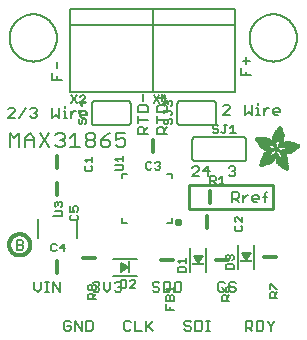
<source format=gbr>
G04 EAGLE Gerber RS-274X export*
G75*
%MOMM*%
%FSLAX34Y34*%
%LPD*%
%INSilkscreen Top*%
%IPPOS*%
%AMOC8*
5,1,8,0,0,1.08239X$1,22.5*%
G01*
%ADD10C,0.152400*%
%ADD11C,0.203200*%
%ADD12C,0.127000*%
%ADD13C,0.254000*%
%ADD14C,0.406400*%
%ADD15C,0.304800*%
%ADD16R,0.050800X0.006300*%
%ADD17R,0.082600X0.006400*%
%ADD18R,0.120600X0.006300*%
%ADD19R,0.139700X0.006400*%
%ADD20R,0.158800X0.006300*%
%ADD21R,0.177800X0.006400*%
%ADD22R,0.196800X0.006300*%
%ADD23R,0.215900X0.006400*%
%ADD24R,0.228600X0.006300*%
%ADD25R,0.241300X0.006400*%
%ADD26R,0.254000X0.006300*%
%ADD27R,0.266700X0.006400*%
%ADD28R,0.279400X0.006300*%
%ADD29R,0.285700X0.006400*%
%ADD30R,0.298400X0.006300*%
%ADD31R,0.311200X0.006400*%
%ADD32R,0.317500X0.006300*%
%ADD33R,0.330200X0.006400*%
%ADD34R,0.336600X0.006300*%
%ADD35R,0.349200X0.006400*%
%ADD36R,0.361900X0.006300*%
%ADD37R,0.368300X0.006400*%
%ADD38R,0.381000X0.006300*%
%ADD39R,0.387300X0.006400*%
%ADD40R,0.393700X0.006300*%
%ADD41R,0.406400X0.006400*%
%ADD42R,0.412700X0.006300*%
%ADD43R,0.419100X0.006400*%
%ADD44R,0.431800X0.006300*%
%ADD45R,0.438100X0.006400*%
%ADD46R,0.450800X0.006300*%
%ADD47R,0.457200X0.006400*%
%ADD48R,0.463500X0.006300*%
%ADD49R,0.476200X0.006400*%
%ADD50R,0.482600X0.006300*%
%ADD51R,0.488900X0.006400*%
%ADD52R,0.501600X0.006300*%
%ADD53R,0.508000X0.006400*%
%ADD54R,0.514300X0.006300*%
%ADD55R,0.527000X0.006400*%
%ADD56R,0.533400X0.006300*%
%ADD57R,0.546100X0.006400*%
%ADD58R,0.552400X0.006300*%
%ADD59R,0.558800X0.006400*%
%ADD60R,0.571500X0.006300*%
%ADD61R,0.577800X0.006400*%
%ADD62R,0.584200X0.006300*%
%ADD63R,0.596900X0.006400*%
%ADD64R,0.603200X0.006300*%
%ADD65R,0.609600X0.006400*%
%ADD66R,0.622300X0.006300*%
%ADD67R,0.628600X0.006400*%
%ADD68R,0.641300X0.006300*%
%ADD69R,0.647700X0.006400*%
%ADD70R,0.063500X0.006300*%
%ADD71R,0.654000X0.006300*%
%ADD72R,0.101600X0.006400*%
%ADD73R,0.666700X0.006400*%
%ADD74R,0.139700X0.006300*%
%ADD75R,0.673100X0.006300*%
%ADD76R,0.165100X0.006400*%
%ADD77R,0.679400X0.006400*%
%ADD78R,0.196900X0.006300*%
%ADD79R,0.692100X0.006300*%
%ADD80R,0.222200X0.006400*%
%ADD81R,0.698500X0.006400*%
%ADD82R,0.247700X0.006300*%
%ADD83R,0.704800X0.006300*%
%ADD84R,0.279400X0.006400*%
%ADD85R,0.717500X0.006400*%
%ADD86R,0.298500X0.006300*%
%ADD87R,0.723900X0.006300*%
%ADD88R,0.736600X0.006400*%
%ADD89R,0.342900X0.006300*%
%ADD90R,0.742900X0.006300*%
%ADD91R,0.374700X0.006400*%
%ADD92R,0.749300X0.006400*%
%ADD93R,0.762000X0.006300*%
%ADD94R,0.412700X0.006400*%
%ADD95R,0.768300X0.006400*%
%ADD96R,0.438100X0.006300*%
%ADD97R,0.774700X0.006300*%
%ADD98R,0.463600X0.006400*%
%ADD99R,0.787400X0.006400*%
%ADD100R,0.793700X0.006300*%
%ADD101R,0.495300X0.006400*%
%ADD102R,0.800100X0.006400*%
%ADD103R,0.520700X0.006300*%
%ADD104R,0.812800X0.006300*%
%ADD105R,0.533400X0.006400*%
%ADD106R,0.819100X0.006400*%
%ADD107R,0.558800X0.006300*%
%ADD108R,0.825500X0.006300*%
%ADD109R,0.577900X0.006400*%
%ADD110R,0.831800X0.006400*%
%ADD111R,0.596900X0.006300*%
%ADD112R,0.844500X0.006300*%
%ADD113R,0.616000X0.006400*%
%ADD114R,0.850900X0.006400*%
%ADD115R,0.635000X0.006300*%
%ADD116R,0.857200X0.006300*%
%ADD117R,0.654100X0.006400*%
%ADD118R,0.863600X0.006400*%
%ADD119R,0.666700X0.006300*%
%ADD120R,0.869900X0.006300*%
%ADD121R,0.685800X0.006400*%
%ADD122R,0.876300X0.006400*%
%ADD123R,0.882600X0.006300*%
%ADD124R,0.723900X0.006400*%
%ADD125R,0.889000X0.006400*%
%ADD126R,0.895300X0.006300*%
%ADD127R,0.755700X0.006400*%
%ADD128R,0.901700X0.006400*%
%ADD129R,0.908000X0.006300*%
%ADD130R,0.793800X0.006400*%
%ADD131R,0.914400X0.006400*%
%ADD132R,0.806400X0.006300*%
%ADD133R,0.920700X0.006300*%
%ADD134R,0.825500X0.006400*%
%ADD135R,0.927100X0.006400*%
%ADD136R,0.933400X0.006300*%
%ADD137R,0.857300X0.006400*%
%ADD138R,0.939800X0.006400*%
%ADD139R,0.870000X0.006300*%
%ADD140R,0.939800X0.006300*%
%ADD141R,0.946100X0.006400*%
%ADD142R,0.952500X0.006300*%
%ADD143R,0.908000X0.006400*%
%ADD144R,0.958800X0.006400*%
%ADD145R,0.965200X0.006300*%
%ADD146R,0.965200X0.006400*%
%ADD147R,0.971500X0.006300*%
%ADD148R,0.952500X0.006400*%
%ADD149R,0.977900X0.006400*%
%ADD150R,0.958800X0.006300*%
%ADD151R,0.984200X0.006300*%
%ADD152R,0.971500X0.006400*%
%ADD153R,0.984200X0.006400*%
%ADD154R,0.990600X0.006300*%
%ADD155R,0.984300X0.006400*%
%ADD156R,0.996900X0.006400*%
%ADD157R,0.997000X0.006300*%
%ADD158R,0.996900X0.006300*%
%ADD159R,1.003300X0.006400*%
%ADD160R,1.016000X0.006300*%
%ADD161R,1.009600X0.006300*%
%ADD162R,1.016000X0.006400*%
%ADD163R,1.009600X0.006400*%
%ADD164R,1.022300X0.006300*%
%ADD165R,1.028700X0.006400*%
%ADD166R,1.035100X0.006300*%
%ADD167R,1.047800X0.006400*%
%ADD168R,1.054100X0.006300*%
%ADD169R,1.028700X0.006300*%
%ADD170R,1.054100X0.006400*%
%ADD171R,1.035000X0.006400*%
%ADD172R,1.060400X0.006300*%
%ADD173R,1.035000X0.006300*%
%ADD174R,1.060500X0.006400*%
%ADD175R,1.041400X0.006400*%
%ADD176R,1.066800X0.006300*%
%ADD177R,1.041400X0.006300*%
%ADD178R,1.079500X0.006400*%
%ADD179R,1.047700X0.006400*%
%ADD180R,1.085900X0.006300*%
%ADD181R,1.047700X0.006300*%
%ADD182R,1.085800X0.006400*%
%ADD183R,1.092200X0.006300*%
%ADD184R,1.085900X0.006400*%
%ADD185R,1.098600X0.006300*%
%ADD186R,1.098600X0.006400*%
%ADD187R,1.060400X0.006400*%
%ADD188R,1.104900X0.006300*%
%ADD189R,1.104900X0.006400*%
%ADD190R,1.066800X0.006400*%
%ADD191R,1.111200X0.006300*%
%ADD192R,1.117600X0.006400*%
%ADD193R,1.117600X0.006300*%
%ADD194R,1.073100X0.006300*%
%ADD195R,1.073100X0.006400*%
%ADD196R,1.124000X0.006300*%
%ADD197R,1.079500X0.006300*%
%ADD198R,1.123900X0.006400*%
%ADD199R,1.130300X0.006300*%
%ADD200R,1.130300X0.006400*%
%ADD201R,1.136700X0.006400*%
%ADD202R,1.136700X0.006300*%
%ADD203R,1.085800X0.006300*%
%ADD204R,1.136600X0.006400*%
%ADD205R,1.136600X0.006300*%
%ADD206R,1.143000X0.006400*%
%ADD207R,1.143000X0.006300*%
%ADD208R,1.149400X0.006300*%
%ADD209R,1.149300X0.006300*%
%ADD210R,1.149300X0.006400*%
%ADD211R,1.149400X0.006400*%
%ADD212R,1.155700X0.006400*%
%ADD213R,1.155700X0.006300*%
%ADD214R,1.060500X0.006300*%
%ADD215R,2.197100X0.006400*%
%ADD216R,2.197100X0.006300*%
%ADD217R,2.184400X0.006300*%
%ADD218R,2.184400X0.006400*%
%ADD219R,2.171700X0.006400*%
%ADD220R,2.171700X0.006300*%
%ADD221R,1.530300X0.006400*%
%ADD222R,1.505000X0.006300*%
%ADD223R,1.492300X0.006400*%
%ADD224R,1.485900X0.006300*%
%ADD225R,0.565200X0.006300*%
%ADD226R,1.473200X0.006400*%
%ADD227R,0.565200X0.006400*%
%ADD228R,1.460500X0.006300*%
%ADD229R,1.454100X0.006400*%
%ADD230R,0.552400X0.006400*%
%ADD231R,1.441500X0.006300*%
%ADD232R,0.546100X0.006300*%
%ADD233R,1.435100X0.006400*%
%ADD234R,0.539800X0.006400*%
%ADD235R,1.428800X0.006300*%
%ADD236R,1.422400X0.006400*%
%ADD237R,1.409700X0.006300*%
%ADD238R,0.527100X0.006300*%
%ADD239R,1.403300X0.006400*%
%ADD240R,0.527100X0.006400*%
%ADD241R,1.390700X0.006300*%
%ADD242R,1.384300X0.006400*%
%ADD243R,0.520700X0.006400*%
%ADD244R,1.384300X0.006300*%
%ADD245R,0.514400X0.006300*%
%ADD246R,1.371600X0.006400*%
%ADD247R,1.365200X0.006300*%
%ADD248R,0.508000X0.006300*%
%ADD249R,1.352600X0.006400*%
%ADD250R,0.501700X0.006400*%
%ADD251R,0.711200X0.006300*%
%ADD252R,0.603300X0.006300*%
%ADD253R,0.501700X0.006300*%
%ADD254R,0.692100X0.006400*%
%ADD255R,0.571500X0.006400*%
%ADD256R,0.679400X0.006300*%
%ADD257R,0.495300X0.006300*%
%ADD258R,0.673100X0.006400*%
%ADD259R,0.666800X0.006300*%
%ADD260R,0.488900X0.006300*%
%ADD261R,0.660400X0.006400*%
%ADD262R,0.482600X0.006400*%
%ADD263R,0.476200X0.006300*%
%ADD264R,0.654000X0.006400*%
%ADD265R,0.469900X0.006400*%
%ADD266R,0.476300X0.006400*%
%ADD267R,0.647700X0.006300*%
%ADD268R,0.457200X0.006300*%
%ADD269R,0.469900X0.006300*%
%ADD270R,0.641300X0.006400*%
%ADD271R,0.444500X0.006400*%
%ADD272R,0.463600X0.006300*%
%ADD273R,0.635000X0.006400*%
%ADD274R,0.463500X0.006400*%
%ADD275R,0.393700X0.006400*%
%ADD276R,0.450800X0.006400*%
%ADD277R,0.628600X0.006300*%
%ADD278R,0.387400X0.006300*%
%ADD279R,0.450900X0.006300*%
%ADD280R,0.628700X0.006400*%
%ADD281R,0.374600X0.006400*%
%ADD282R,0.368300X0.006300*%
%ADD283R,0.438200X0.006300*%
%ADD284R,0.622300X0.006400*%
%ADD285R,0.355600X0.006400*%
%ADD286R,0.431800X0.006400*%
%ADD287R,0.349300X0.006300*%
%ADD288R,0.425400X0.006300*%
%ADD289R,0.615900X0.006300*%
%ADD290R,0.330200X0.006300*%
%ADD291R,0.419100X0.006300*%
%ADD292R,0.616000X0.006300*%
%ADD293R,0.311200X0.006300*%
%ADD294R,0.406400X0.006300*%
%ADD295R,0.615900X0.006400*%
%ADD296R,0.304800X0.006400*%
%ADD297R,0.158800X0.006400*%
%ADD298R,0.609600X0.006300*%
%ADD299R,0.292100X0.006300*%
%ADD300R,0.235000X0.006300*%
%ADD301R,0.387400X0.006400*%
%ADD302R,0.292100X0.006400*%
%ADD303R,0.336500X0.006300*%
%ADD304R,0.260400X0.006300*%
%ADD305R,0.603300X0.006400*%
%ADD306R,0.260400X0.006400*%
%ADD307R,0.362000X0.006400*%
%ADD308R,0.450900X0.006400*%
%ADD309R,0.355600X0.006300*%
%ADD310R,0.342900X0.006400*%
%ADD311R,0.514300X0.006400*%
%ADD312R,0.234900X0.006300*%
%ADD313R,0.539700X0.006300*%
%ADD314R,0.603200X0.006400*%
%ADD315R,0.234900X0.006400*%
%ADD316R,0.920700X0.006400*%
%ADD317R,0.958900X0.006400*%
%ADD318R,0.215900X0.006300*%
%ADD319R,0.209600X0.006400*%
%ADD320R,0.203200X0.006300*%
%ADD321R,1.003300X0.006300*%
%ADD322R,0.203200X0.006400*%
%ADD323R,0.196900X0.006400*%
%ADD324R,0.190500X0.006300*%
%ADD325R,0.190500X0.006400*%
%ADD326R,0.184200X0.006300*%
%ADD327R,0.590500X0.006400*%
%ADD328R,0.184200X0.006400*%
%ADD329R,0.590500X0.006300*%
%ADD330R,0.177800X0.006300*%
%ADD331R,0.584200X0.006400*%
%ADD332R,1.168400X0.006400*%
%ADD333R,0.171500X0.006300*%
%ADD334R,1.187500X0.006300*%
%ADD335R,1.200100X0.006400*%
%ADD336R,0.577800X0.006300*%
%ADD337R,1.212900X0.006300*%
%ADD338R,1.231900X0.006400*%
%ADD339R,1.250900X0.006300*%
%ADD340R,0.565100X0.006400*%
%ADD341R,0.184100X0.006400*%
%ADD342R,1.263700X0.006400*%
%ADD343R,0.565100X0.006300*%
%ADD344R,1.289100X0.006300*%
%ADD345R,1.314400X0.006400*%
%ADD346R,0.552500X0.006300*%
%ADD347R,1.568500X0.006300*%
%ADD348R,0.552500X0.006400*%
%ADD349R,1.581200X0.006400*%
%ADD350R,1.593800X0.006300*%
%ADD351R,1.606500X0.006400*%
%ADD352R,1.619300X0.006300*%
%ADD353R,0.514400X0.006400*%
%ADD354R,1.638300X0.006400*%
%ADD355R,1.657300X0.006300*%
%ADD356R,2.209800X0.006400*%
%ADD357R,2.425700X0.006300*%
%ADD358R,2.470100X0.006400*%
%ADD359R,2.501900X0.006300*%
%ADD360R,2.533700X0.006400*%
%ADD361R,2.559000X0.006300*%
%ADD362R,2.584500X0.006400*%
%ADD363R,2.609900X0.006300*%
%ADD364R,2.628900X0.006400*%
%ADD365R,2.660600X0.006300*%
%ADD366R,2.673400X0.006400*%
%ADD367R,1.422400X0.006300*%
%ADD368R,1.200200X0.006300*%
%ADD369R,1.365300X0.006300*%
%ADD370R,1.365300X0.006400*%
%ADD371R,1.352500X0.006300*%
%ADD372R,1.098500X0.006300*%
%ADD373R,1.358900X0.006400*%
%ADD374R,1.352600X0.006300*%
%ADD375R,1.358900X0.006300*%
%ADD376R,1.371600X0.006300*%
%ADD377R,1.377900X0.006400*%
%ADD378R,1.397000X0.006400*%
%ADD379R,1.403300X0.006300*%
%ADD380R,0.914400X0.006300*%
%ADD381R,0.876300X0.006300*%
%ADD382R,0.374600X0.006300*%
%ADD383R,1.073200X0.006400*%
%ADD384R,0.374700X0.006300*%
%ADD385R,0.844600X0.006400*%
%ADD386R,0.844600X0.006300*%
%ADD387R,0.831900X0.006400*%
%ADD388R,1.092200X0.006400*%
%ADD389R,0.400000X0.006300*%
%ADD390R,0.819200X0.006400*%
%ADD391R,1.111300X0.006400*%
%ADD392R,0.812800X0.006400*%
%ADD393R,0.800100X0.006300*%
%ADD394R,0.476300X0.006300*%
%ADD395R,1.181100X0.006300*%
%ADD396R,0.501600X0.006400*%
%ADD397R,1.193800X0.006400*%
%ADD398R,0.781000X0.006400*%
%ADD399R,1.238200X0.006400*%
%ADD400R,0.781100X0.006300*%
%ADD401R,1.257300X0.006300*%
%ADD402R,1.295400X0.006400*%
%ADD403R,1.333500X0.006300*%
%ADD404R,0.774700X0.006400*%
%ADD405R,1.866900X0.006400*%
%ADD406R,0.209600X0.006300*%
%ADD407R,1.866900X0.006300*%
%ADD408R,0.768400X0.006400*%
%ADD409R,0.209500X0.006400*%
%ADD410R,1.860600X0.006400*%
%ADD411R,0.762000X0.006400*%
%ADD412R,0.768400X0.006300*%
%ADD413R,1.860600X0.006300*%
%ADD414R,1.860500X0.006400*%
%ADD415R,0.222300X0.006300*%
%ADD416R,1.854200X0.006300*%
%ADD417R,0.235000X0.006400*%
%ADD418R,1.854200X0.006400*%
%ADD419R,0.768300X0.006300*%
%ADD420R,0.260300X0.006400*%
%ADD421R,1.847800X0.006400*%
%ADD422R,0.266700X0.006300*%
%ADD423R,1.847800X0.006300*%
%ADD424R,0.273100X0.006400*%
%ADD425R,1.841500X0.006400*%
%ADD426R,0.285800X0.006300*%
%ADD427R,1.841500X0.006300*%
%ADD428R,0.298500X0.006400*%
%ADD429R,1.835100X0.006400*%
%ADD430R,0.781000X0.006300*%
%ADD431R,0.304800X0.006300*%
%ADD432R,1.835100X0.006300*%
%ADD433R,0.317500X0.006400*%
%ADD434R,1.828800X0.006400*%
%ADD435R,0.787400X0.006300*%
%ADD436R,0.323800X0.006300*%
%ADD437R,1.828800X0.006300*%
%ADD438R,0.793700X0.006400*%
%ADD439R,1.822400X0.006400*%
%ADD440R,0.806500X0.006300*%
%ADD441R,1.822400X0.006300*%
%ADD442R,1.816100X0.006400*%
%ADD443R,0.819100X0.006300*%
%ADD444R,0.387300X0.006300*%
%ADD445R,1.816100X0.006300*%
%ADD446R,1.809800X0.006400*%
%ADD447R,1.803400X0.006300*%
%ADD448R,1.797000X0.006400*%
%ADD449R,0.901700X0.006300*%
%ADD450R,1.797000X0.006300*%
%ADD451R,1.441400X0.006400*%
%ADD452R,1.790700X0.006400*%
%ADD453R,1.447800X0.006300*%
%ADD454R,1.784300X0.006300*%
%ADD455R,1.447800X0.006400*%
%ADD456R,1.784300X0.006400*%
%ADD457R,1.454100X0.006300*%
%ADD458R,1.771700X0.006300*%
%ADD459R,1.460500X0.006400*%
%ADD460R,1.759000X0.006400*%
%ADD461R,1.466800X0.006300*%
%ADD462R,1.752600X0.006300*%
%ADD463R,1.466800X0.006400*%
%ADD464R,1.739900X0.006400*%
%ADD465R,1.473200X0.006300*%
%ADD466R,1.727200X0.006300*%
%ADD467R,1.479500X0.006400*%
%ADD468R,1.714500X0.006400*%
%ADD469R,1.695400X0.006300*%
%ADD470R,1.485900X0.006400*%
%ADD471R,1.682700X0.006400*%
%ADD472R,1.492200X0.006300*%
%ADD473R,1.663700X0.006300*%
%ADD474R,1.498600X0.006400*%
%ADD475R,1.644600X0.006400*%
%ADD476R,1.498600X0.006300*%
%ADD477R,1.619200X0.006300*%
%ADD478R,1.511300X0.006400*%
%ADD479R,1.600200X0.006400*%
%ADD480R,1.517700X0.006300*%
%ADD481R,1.574800X0.006300*%
%ADD482R,1.524000X0.006400*%
%ADD483R,1.555800X0.006400*%
%ADD484R,1.524000X0.006300*%
%ADD485R,1.536700X0.006300*%
%ADD486R,1.530400X0.006400*%
%ADD487R,1.517700X0.006400*%
%ADD488R,1.492300X0.006300*%
%ADD489R,1.549400X0.006400*%
%ADD490R,1.479600X0.006400*%
%ADD491R,1.549400X0.006300*%
%ADD492R,1.555700X0.006400*%
%ADD493R,1.562100X0.006300*%
%ADD494R,0.323900X0.006300*%
%ADD495R,1.568400X0.006400*%
%ADD496R,0.336600X0.006400*%
%ADD497R,1.587500X0.006300*%
%ADD498R,0.971600X0.006300*%
%ADD499R,0.349300X0.006400*%
%ADD500R,1.600200X0.006300*%
%ADD501R,0.920800X0.006300*%
%ADD502R,0.882700X0.006400*%
%ADD503R,1.612900X0.006300*%
%ADD504R,0.362000X0.006300*%
%ADD505R,1.625600X0.006400*%
%ADD506R,1.625600X0.006300*%
%ADD507R,1.644600X0.006300*%
%ADD508R,0.736600X0.006300*%
%ADD509R,0.717600X0.006400*%
%ADD510R,1.657400X0.006300*%
%ADD511R,0.679500X0.006300*%
%ADD512R,1.663700X0.006400*%
%ADD513R,0.400000X0.006400*%
%ADD514R,1.676400X0.006300*%
%ADD515R,1.676400X0.006400*%
%ADD516R,0.425500X0.006400*%
%ADD517R,1.352500X0.006400*%
%ADD518R,0.444500X0.006300*%
%ADD519R,0.361900X0.006400*%
%ADD520R,0.088900X0.006300*%
%ADD521R,1.009700X0.006300*%
%ADD522R,1.009700X0.006400*%
%ADD523R,1.022300X0.006400*%
%ADD524R,1.346200X0.006400*%
%ADD525R,1.346200X0.006300*%
%ADD526R,1.339900X0.006400*%
%ADD527R,1.035100X0.006400*%
%ADD528R,1.339800X0.006300*%
%ADD529R,1.333500X0.006400*%
%ADD530R,1.327200X0.006400*%
%ADD531R,1.320800X0.006300*%
%ADD532R,1.314500X0.006400*%
%ADD533R,1.314400X0.006300*%
%ADD534R,1.301700X0.006400*%
%ADD535R,1.295400X0.006300*%
%ADD536R,1.289000X0.006400*%
%ADD537R,1.276300X0.006300*%
%ADD538R,1.251000X0.006300*%
%ADD539R,1.244600X0.006400*%
%ADD540R,1.231900X0.006300*%
%ADD541R,1.212800X0.006400*%
%ADD542R,1.200100X0.006300*%
%ADD543R,1.187400X0.006400*%
%ADD544R,1.168400X0.006300*%
%ADD545R,1.047800X0.006300*%
%ADD546R,0.977900X0.006300*%
%ADD547R,0.946200X0.006400*%
%ADD548R,0.933400X0.006400*%
%ADD549R,0.895300X0.006400*%
%ADD550R,0.882700X0.006300*%
%ADD551R,0.863600X0.006300*%
%ADD552R,0.857200X0.006400*%
%ADD553R,0.850900X0.006300*%
%ADD554R,0.838200X0.006300*%
%ADD555R,0.806500X0.006400*%
%ADD556R,0.717600X0.006300*%
%ADD557R,0.711200X0.006400*%
%ADD558R,0.641400X0.006400*%
%ADD559R,0.641400X0.006300*%
%ADD560R,0.628700X0.006300*%
%ADD561R,0.590600X0.006300*%
%ADD562R,0.539700X0.006400*%
%ADD563R,0.285700X0.006300*%
%ADD564R,0.222200X0.006300*%
%ADD565R,0.171400X0.006300*%
%ADD566R,0.152400X0.006400*%
%ADD567R,0.133400X0.006300*%
%ADD568R,1.000000X0.200000*%
%ADD569R,0.200000X1.000000*%

G36*
X205856Y66575D02*
X205856Y66575D01*
X205883Y66575D01*
X205994Y66607D01*
X206107Y66633D01*
X206130Y66646D01*
X206156Y66654D01*
X206254Y66716D01*
X206355Y66772D01*
X206371Y66790D01*
X206396Y66805D01*
X206581Y67013D01*
X206585Y67017D01*
X208585Y70017D01*
X208616Y70081D01*
X208656Y70141D01*
X208677Y70209D01*
X208708Y70273D01*
X208720Y70344D01*
X208741Y70412D01*
X208743Y70483D01*
X208755Y70554D01*
X208747Y70625D01*
X208749Y70696D01*
X208731Y70765D01*
X208722Y70836D01*
X208695Y70902D01*
X208677Y70971D01*
X208640Y71032D01*
X208613Y71098D01*
X208568Y71154D01*
X208532Y71216D01*
X208480Y71265D01*
X208435Y71320D01*
X208377Y71361D01*
X208324Y71410D01*
X208261Y71443D01*
X208203Y71484D01*
X208135Y71507D01*
X208071Y71540D01*
X208012Y71550D01*
X207934Y71577D01*
X207815Y71583D01*
X207740Y71595D01*
X203740Y71595D01*
X203669Y71585D01*
X203597Y71585D01*
X203529Y71565D01*
X203459Y71555D01*
X203393Y71526D01*
X203324Y71506D01*
X203264Y71468D01*
X203199Y71439D01*
X203144Y71393D01*
X203084Y71355D01*
X203036Y71302D01*
X202982Y71256D01*
X202942Y71196D01*
X202895Y71142D01*
X202864Y71078D01*
X202825Y71019D01*
X202803Y70951D01*
X202772Y70886D01*
X202760Y70816D01*
X202739Y70748D01*
X202737Y70676D01*
X202725Y70606D01*
X202733Y70535D01*
X202731Y70464D01*
X202750Y70394D01*
X202758Y70323D01*
X202783Y70268D01*
X202803Y70189D01*
X202864Y70086D01*
X202895Y70017D01*
X204895Y67017D01*
X204972Y66930D01*
X205045Y66840D01*
X205067Y66825D01*
X205085Y66805D01*
X205182Y66743D01*
X205277Y66676D01*
X205303Y66668D01*
X205325Y66653D01*
X205436Y66621D01*
X205546Y66583D01*
X205573Y66582D01*
X205598Y66575D01*
X205714Y66575D01*
X205830Y66569D01*
X205856Y66575D01*
G37*
G36*
X165216Y64035D02*
X165216Y64035D01*
X165243Y64035D01*
X165354Y64067D01*
X165467Y64093D01*
X165490Y64106D01*
X165516Y64114D01*
X165614Y64176D01*
X165715Y64232D01*
X165731Y64250D01*
X165756Y64265D01*
X165941Y64473D01*
X165945Y64477D01*
X167945Y67477D01*
X167976Y67541D01*
X168016Y67601D01*
X168037Y67669D01*
X168068Y67733D01*
X168080Y67804D01*
X168101Y67872D01*
X168103Y67943D01*
X168115Y68014D01*
X168107Y68085D01*
X168109Y68156D01*
X168091Y68225D01*
X168082Y68296D01*
X168055Y68362D01*
X168037Y68431D01*
X168000Y68492D01*
X167973Y68558D01*
X167928Y68614D01*
X167892Y68676D01*
X167840Y68725D01*
X167795Y68780D01*
X167737Y68821D01*
X167684Y68870D01*
X167621Y68903D01*
X167563Y68944D01*
X167495Y68967D01*
X167431Y69000D01*
X167372Y69010D01*
X167294Y69037D01*
X167175Y69043D01*
X167100Y69055D01*
X163100Y69055D01*
X163029Y69045D01*
X162957Y69045D01*
X162889Y69025D01*
X162819Y69015D01*
X162753Y68986D01*
X162684Y68966D01*
X162624Y68928D01*
X162559Y68899D01*
X162504Y68853D01*
X162444Y68815D01*
X162396Y68762D01*
X162342Y68716D01*
X162302Y68656D01*
X162255Y68602D01*
X162224Y68538D01*
X162185Y68479D01*
X162163Y68411D01*
X162132Y68346D01*
X162120Y68276D01*
X162099Y68208D01*
X162097Y68136D01*
X162085Y68066D01*
X162093Y67995D01*
X162091Y67924D01*
X162110Y67854D01*
X162118Y67783D01*
X162143Y67728D01*
X162163Y67649D01*
X162224Y67546D01*
X162255Y67477D01*
X164255Y64477D01*
X164332Y64390D01*
X164405Y64300D01*
X164427Y64285D01*
X164445Y64265D01*
X164542Y64203D01*
X164637Y64136D01*
X164663Y64128D01*
X164685Y64113D01*
X164796Y64081D01*
X164906Y64043D01*
X164933Y64042D01*
X164958Y64035D01*
X165074Y64035D01*
X165190Y64029D01*
X165216Y64035D01*
G37*
G36*
X100915Y56683D02*
X100915Y56683D01*
X100986Y56681D01*
X101056Y56700D01*
X101127Y56708D01*
X101182Y56733D01*
X101261Y56753D01*
X101364Y56814D01*
X101433Y56845D01*
X104433Y58845D01*
X104520Y58922D01*
X104610Y58995D01*
X104625Y59017D01*
X104645Y59035D01*
X104707Y59132D01*
X104774Y59227D01*
X104782Y59253D01*
X104797Y59275D01*
X104829Y59386D01*
X104867Y59496D01*
X104868Y59523D01*
X104875Y59548D01*
X104875Y59664D01*
X104881Y59780D01*
X104875Y59806D01*
X104875Y59833D01*
X104843Y59944D01*
X104817Y60057D01*
X104804Y60080D01*
X104796Y60106D01*
X104734Y60204D01*
X104678Y60305D01*
X104660Y60321D01*
X104645Y60346D01*
X104437Y60531D01*
X104433Y60535D01*
X101433Y62535D01*
X101369Y62566D01*
X101309Y62606D01*
X101241Y62627D01*
X101177Y62658D01*
X101106Y62670D01*
X101038Y62691D01*
X100967Y62693D01*
X100897Y62705D01*
X100825Y62697D01*
X100754Y62699D01*
X100685Y62681D01*
X100614Y62672D01*
X100548Y62645D01*
X100479Y62627D01*
X100418Y62590D01*
X100352Y62563D01*
X100296Y62518D01*
X100234Y62482D01*
X100185Y62430D01*
X100130Y62385D01*
X100089Y62327D01*
X100040Y62274D01*
X100007Y62211D01*
X99966Y62153D01*
X99943Y62085D01*
X99910Y62021D01*
X99900Y61962D01*
X99873Y61884D01*
X99867Y61765D01*
X99855Y61690D01*
X99855Y57690D01*
X99865Y57619D01*
X99865Y57547D01*
X99885Y57479D01*
X99895Y57409D01*
X99924Y57343D01*
X99944Y57274D01*
X99982Y57214D01*
X100011Y57149D01*
X100057Y57094D01*
X100095Y57034D01*
X100149Y56986D01*
X100195Y56932D01*
X100254Y56892D01*
X100308Y56845D01*
X100372Y56814D01*
X100431Y56775D01*
X100500Y56753D01*
X100564Y56722D01*
X100634Y56710D01*
X100702Y56689D01*
X100774Y56687D01*
X100845Y56675D01*
X100915Y56683D01*
G37*
D10*
X159151Y13045D02*
X157710Y14485D01*
X154829Y14485D01*
X153388Y13045D01*
X153388Y11604D01*
X154829Y10164D01*
X157710Y10164D01*
X159151Y8723D01*
X159151Y7283D01*
X157710Y5842D01*
X154829Y5842D01*
X153388Y7283D01*
X162744Y5842D02*
X162744Y14485D01*
X162744Y5842D02*
X167065Y5842D01*
X168506Y7283D01*
X168506Y13045D01*
X167065Y14485D01*
X162744Y14485D01*
X172099Y5842D02*
X174980Y5842D01*
X173539Y5842D02*
X173539Y14485D01*
X172099Y14485D02*
X174980Y14485D01*
X108061Y13045D02*
X106621Y14485D01*
X103740Y14485D01*
X102299Y13045D01*
X102299Y7283D01*
X103740Y5842D01*
X106621Y5842D01*
X108061Y7283D01*
X111654Y5842D02*
X111654Y14485D01*
X111654Y5842D02*
X117417Y5842D01*
X121010Y5842D02*
X121010Y14485D01*
X121010Y8723D02*
X126772Y14485D01*
X122450Y10164D02*
X126772Y5842D01*
X186229Y47505D02*
X187669Y46065D01*
X186229Y47505D02*
X183347Y47505D01*
X181907Y46065D01*
X181907Y40303D01*
X183347Y38862D01*
X186229Y38862D01*
X187669Y40303D01*
X195584Y47505D02*
X197024Y46065D01*
X195584Y47505D02*
X192703Y47505D01*
X191262Y46065D01*
X191262Y44624D01*
X192703Y43184D01*
X195584Y43184D01*
X197024Y41743D01*
X197024Y40303D01*
X195584Y38862D01*
X192703Y38862D01*
X191262Y40303D01*
X132191Y46065D02*
X130751Y47505D01*
X127870Y47505D01*
X126429Y46065D01*
X126429Y44624D01*
X127870Y43184D01*
X130751Y43184D01*
X132191Y41743D01*
X132191Y40303D01*
X130751Y38862D01*
X127870Y38862D01*
X126429Y40303D01*
X135784Y38862D02*
X135784Y47505D01*
X135784Y38862D02*
X140106Y38862D01*
X141547Y40303D01*
X141547Y46065D01*
X140106Y47505D01*
X135784Y47505D01*
X146580Y47505D02*
X149461Y47505D01*
X146580Y47505D02*
X145140Y46065D01*
X145140Y40303D01*
X146580Y38862D01*
X149461Y38862D01*
X150902Y40303D01*
X150902Y46065D01*
X149461Y47505D01*
X205169Y14485D02*
X205169Y5842D01*
X205169Y14485D02*
X209491Y14485D01*
X210931Y13045D01*
X210931Y10164D01*
X209491Y8723D01*
X205169Y8723D01*
X208050Y8723D02*
X210931Y5842D01*
X214524Y5842D02*
X214524Y14485D01*
X214524Y5842D02*
X218846Y5842D01*
X220287Y7283D01*
X220287Y13045D01*
X218846Y14485D01*
X214524Y14485D01*
X223880Y14485D02*
X223880Y13045D01*
X226761Y10164D01*
X229642Y13045D01*
X229642Y14485D01*
X226761Y10164D02*
X226761Y5842D01*
X77070Y47505D02*
X75629Y46065D01*
X77070Y47505D02*
X79951Y47505D01*
X81391Y46065D01*
X81391Y44624D01*
X79951Y43184D01*
X78510Y43184D01*
X79951Y43184D02*
X81391Y41743D01*
X81391Y40303D01*
X79951Y38862D01*
X77070Y38862D01*
X75629Y40303D01*
X84984Y41743D02*
X84984Y47505D01*
X84984Y41743D02*
X87866Y38862D01*
X90747Y41743D01*
X90747Y47505D01*
X94340Y46065D02*
X95780Y47505D01*
X98661Y47505D01*
X100102Y46065D01*
X100102Y44624D01*
X98661Y43184D01*
X97221Y43184D01*
X98661Y43184D02*
X100102Y41743D01*
X100102Y40303D01*
X98661Y38862D01*
X95780Y38862D01*
X94340Y40303D01*
X26388Y41743D02*
X26388Y47505D01*
X26388Y41743D02*
X29270Y38862D01*
X32151Y41743D01*
X32151Y47505D01*
X35744Y38862D02*
X38625Y38862D01*
X37184Y38862D02*
X37184Y47505D01*
X35744Y47505D02*
X38625Y47505D01*
X41980Y47505D02*
X41980Y38862D01*
X47743Y38862D02*
X41980Y47505D01*
X47743Y47505D02*
X47743Y38862D01*
X55821Y14485D02*
X57261Y13045D01*
X55821Y14485D02*
X52940Y14485D01*
X51499Y13045D01*
X51499Y7283D01*
X52940Y5842D01*
X55821Y5842D01*
X57261Y7283D01*
X57261Y10164D01*
X54380Y10164D01*
X60854Y14485D02*
X60854Y5842D01*
X66617Y5842D02*
X60854Y14485D01*
X66617Y14485D02*
X66617Y5842D01*
X70210Y5842D02*
X70210Y14485D01*
X70210Y5842D02*
X74531Y5842D01*
X75972Y7283D01*
X75972Y13045D01*
X74531Y14485D01*
X70210Y14485D01*
D11*
X5442Y161671D02*
X5442Y173619D01*
X9425Y169636D01*
X13408Y173619D01*
X13408Y161671D01*
X18306Y161671D02*
X18306Y169636D01*
X22289Y173619D01*
X26271Y169636D01*
X26271Y161671D01*
X26271Y167645D02*
X18306Y167645D01*
X31169Y173619D02*
X39135Y161671D01*
X31169Y161671D02*
X39135Y173619D01*
X44033Y171628D02*
X46024Y173619D01*
X50007Y173619D01*
X51998Y171628D01*
X51998Y169636D01*
X50007Y167645D01*
X48015Y167645D01*
X50007Y167645D02*
X51998Y165654D01*
X51998Y163662D01*
X50007Y161671D01*
X46024Y161671D01*
X44033Y163662D01*
X56896Y169636D02*
X60879Y173619D01*
X60879Y161671D01*
X64861Y161671D02*
X56896Y161671D01*
X69759Y171628D02*
X71751Y173619D01*
X75733Y173619D01*
X77725Y171628D01*
X77725Y169636D01*
X75733Y167645D01*
X77725Y165654D01*
X77725Y163662D01*
X75733Y161671D01*
X71751Y161671D01*
X69759Y163662D01*
X69759Y165654D01*
X71751Y167645D01*
X69759Y169636D01*
X69759Y171628D01*
X71751Y167645D02*
X75733Y167645D01*
X86605Y171628D02*
X90588Y173619D01*
X86605Y171628D02*
X82623Y167645D01*
X82623Y163662D01*
X84614Y161671D01*
X88597Y161671D01*
X90588Y163662D01*
X90588Y165654D01*
X88597Y167645D01*
X82623Y167645D01*
X95486Y173619D02*
X103452Y173619D01*
X95486Y173619D02*
X95486Y167645D01*
X99469Y169636D01*
X101460Y169636D01*
X103452Y167645D01*
X103452Y163662D01*
X101460Y161671D01*
X97477Y161671D01*
X95486Y163662D01*
D10*
X201415Y222547D02*
X210058Y222547D01*
X201415Y222547D02*
X201415Y228309D01*
X205736Y225428D02*
X205736Y222547D01*
X205736Y231902D02*
X205736Y237664D01*
X202855Y234783D02*
X208617Y234783D01*
X138938Y172552D02*
X130295Y172552D01*
X130295Y176873D01*
X131735Y178314D01*
X134616Y178314D01*
X136057Y176873D01*
X136057Y172552D01*
X136057Y175433D02*
X138938Y178314D01*
X138938Y184788D02*
X130295Y184788D01*
X130295Y181907D02*
X130295Y187669D01*
X130295Y191262D02*
X138938Y191262D01*
X138938Y195584D01*
X137497Y197024D01*
X131735Y197024D01*
X130295Y195584D01*
X130295Y191262D01*
X134616Y200617D02*
X134616Y206379D01*
X131735Y203498D02*
X137497Y203498D01*
X122428Y172552D02*
X113785Y172552D01*
X113785Y176873D01*
X115225Y178314D01*
X118106Y178314D01*
X119547Y176873D01*
X119547Y172552D01*
X119547Y175433D02*
X122428Y178314D01*
X122428Y184788D02*
X113785Y184788D01*
X113785Y181907D02*
X113785Y187669D01*
X113785Y191262D02*
X122428Y191262D01*
X122428Y195584D01*
X120987Y197024D01*
X115225Y197024D01*
X113785Y195584D01*
X113785Y191262D01*
X118106Y200617D02*
X118106Y206379D01*
X50038Y218737D02*
X41395Y218737D01*
X41395Y224499D01*
X45716Y221618D02*
X45716Y218737D01*
X45716Y228092D02*
X45716Y233854D01*
X159852Y136652D02*
X165614Y136652D01*
X159852Y136652D02*
X165614Y142414D01*
X165614Y143855D01*
X164173Y145295D01*
X161292Y145295D01*
X159852Y143855D01*
X173529Y145295D02*
X173529Y136652D01*
X169207Y140974D02*
X173529Y145295D01*
X174969Y140974D02*
X169207Y140974D01*
X190797Y143855D02*
X192237Y145295D01*
X195119Y145295D01*
X196559Y143855D01*
X196559Y142414D01*
X195119Y140974D01*
X193678Y140974D01*
X195119Y140974D02*
X196559Y139533D01*
X196559Y138093D01*
X195119Y136652D01*
X192237Y136652D01*
X190797Y138093D01*
X10020Y186182D02*
X4258Y186182D01*
X10020Y191944D01*
X10020Y193385D01*
X8580Y194825D01*
X5699Y194825D01*
X4258Y193385D01*
X13613Y186182D02*
X19375Y194825D01*
X22968Y193385D02*
X24409Y194825D01*
X27290Y194825D01*
X28731Y193385D01*
X28731Y191944D01*
X27290Y190504D01*
X25850Y190504D01*
X27290Y190504D02*
X28731Y189063D01*
X28731Y187623D01*
X27290Y186182D01*
X24409Y186182D01*
X22968Y187623D01*
X41679Y186182D02*
X41679Y194825D01*
X44560Y189063D02*
X41679Y186182D01*
X44560Y189063D02*
X47441Y186182D01*
X47441Y194825D01*
X51034Y191944D02*
X52475Y191944D01*
X52475Y186182D01*
X53915Y186182D02*
X51034Y186182D01*
X52475Y194825D02*
X52475Y196266D01*
X57271Y191944D02*
X57271Y186182D01*
X57271Y189063D02*
X60152Y191944D01*
X61592Y191944D01*
X66507Y186182D02*
X69388Y186182D01*
X66507Y186182D02*
X65067Y187623D01*
X65067Y190504D01*
X66507Y191944D01*
X69388Y191944D01*
X70829Y190504D01*
X70829Y189063D01*
X65067Y189063D01*
X186182Y188722D02*
X191944Y188722D01*
X186182Y188722D02*
X191944Y194484D01*
X191944Y195925D01*
X190504Y197365D01*
X187623Y197365D01*
X186182Y195925D01*
X204892Y197365D02*
X204892Y188722D01*
X207774Y191603D01*
X210655Y188722D01*
X210655Y197365D01*
X214248Y194484D02*
X215688Y194484D01*
X215688Y188722D01*
X214248Y188722D02*
X217129Y188722D01*
X215688Y197365D02*
X215688Y198806D01*
X220484Y194484D02*
X220484Y188722D01*
X220484Y191603D02*
X223365Y194484D01*
X224806Y194484D01*
X229721Y188722D02*
X232602Y188722D01*
X229721Y188722D02*
X228280Y190163D01*
X228280Y193044D01*
X229721Y194484D01*
X232602Y194484D01*
X234043Y193044D01*
X234043Y191603D01*
X228280Y191603D01*
D12*
X193675Y123833D02*
X193675Y114935D01*
X193675Y123833D02*
X198124Y123833D01*
X199607Y122350D01*
X199607Y119384D01*
X198124Y117901D01*
X193675Y117901D01*
X196641Y117901D02*
X199607Y114935D01*
X203030Y114935D02*
X203030Y120867D01*
X203030Y117901D02*
X205996Y120867D01*
X207479Y120867D01*
X212309Y114935D02*
X215275Y114935D01*
X212309Y114935D02*
X210826Y116418D01*
X210826Y119384D01*
X212309Y120867D01*
X215275Y120867D01*
X216758Y119384D01*
X216758Y117901D01*
X210826Y117901D01*
X221664Y114935D02*
X221664Y122350D01*
X223147Y123833D01*
X223147Y119384D02*
X220181Y119384D01*
D13*
X228600Y129540D02*
X157480Y129540D01*
X228600Y129540D02*
X228600Y109220D01*
X157480Y109220D01*
X157480Y129540D01*
D12*
X104920Y97110D02*
X100920Y97110D01*
X100920Y101110D01*
X100920Y135110D02*
X100920Y139110D01*
X104920Y139110D01*
X138920Y97110D02*
X142920Y97110D01*
X142920Y101110D01*
X142920Y135110D02*
X142920Y139110D01*
X138920Y139110D01*
D14*
X146920Y98110D02*
X146922Y98173D01*
X146928Y98235D01*
X146938Y98297D01*
X146951Y98359D01*
X146969Y98419D01*
X146990Y98478D01*
X147015Y98536D01*
X147044Y98592D01*
X147076Y98646D01*
X147111Y98698D01*
X147149Y98747D01*
X147191Y98795D01*
X147235Y98839D01*
X147283Y98881D01*
X147332Y98919D01*
X147384Y98954D01*
X147438Y98986D01*
X147494Y99015D01*
X147552Y99040D01*
X147611Y99061D01*
X147671Y99079D01*
X147733Y99092D01*
X147795Y99102D01*
X147857Y99108D01*
X147920Y99110D01*
X147983Y99108D01*
X148045Y99102D01*
X148107Y99092D01*
X148169Y99079D01*
X148229Y99061D01*
X148288Y99040D01*
X148346Y99015D01*
X148402Y98986D01*
X148456Y98954D01*
X148508Y98919D01*
X148557Y98881D01*
X148605Y98839D01*
X148649Y98795D01*
X148691Y98747D01*
X148729Y98698D01*
X148764Y98646D01*
X148796Y98592D01*
X148825Y98536D01*
X148850Y98478D01*
X148871Y98419D01*
X148889Y98359D01*
X148902Y98297D01*
X148912Y98235D01*
X148918Y98173D01*
X148920Y98110D01*
X148918Y98047D01*
X148912Y97985D01*
X148902Y97923D01*
X148889Y97861D01*
X148871Y97801D01*
X148850Y97742D01*
X148825Y97684D01*
X148796Y97628D01*
X148764Y97574D01*
X148729Y97522D01*
X148691Y97473D01*
X148649Y97425D01*
X148605Y97381D01*
X148557Y97339D01*
X148508Y97301D01*
X148456Y97266D01*
X148402Y97234D01*
X148346Y97205D01*
X148288Y97180D01*
X148229Y97159D01*
X148169Y97141D01*
X148107Y97128D01*
X148045Y97118D01*
X147983Y97112D01*
X147920Y97110D01*
X147857Y97112D01*
X147795Y97118D01*
X147733Y97128D01*
X147671Y97141D01*
X147611Y97159D01*
X147552Y97180D01*
X147494Y97205D01*
X147438Y97234D01*
X147384Y97266D01*
X147332Y97301D01*
X147283Y97339D01*
X147235Y97381D01*
X147191Y97425D01*
X147149Y97473D01*
X147111Y97522D01*
X147076Y97574D01*
X147044Y97628D01*
X147015Y97684D01*
X146990Y97742D01*
X146969Y97801D01*
X146951Y97861D01*
X146938Y97923D01*
X146928Y97985D01*
X146922Y98047D01*
X146920Y98110D01*
D10*
X100546Y142002D02*
X95038Y142002D01*
X100546Y142002D02*
X101648Y143104D01*
X101648Y145307D01*
X100546Y146408D01*
X95038Y146408D01*
X97242Y149486D02*
X95038Y151689D01*
X101648Y151689D01*
X101648Y149486D02*
X101648Y153893D01*
D15*
X45720Y153670D02*
X45720Y143510D01*
D10*
X68828Y144402D02*
X69930Y145503D01*
X68828Y144402D02*
X68828Y142199D01*
X69930Y141097D01*
X74336Y141097D01*
X75438Y142199D01*
X75438Y144402D01*
X74336Y145503D01*
X71032Y148581D02*
X68828Y150784D01*
X75438Y150784D01*
X75438Y148581D02*
X75438Y152988D01*
D15*
X172720Y102870D02*
X172720Y92710D01*
D10*
X195828Y93602D02*
X196930Y94703D01*
X195828Y93602D02*
X195828Y91399D01*
X196930Y90297D01*
X201336Y90297D01*
X202438Y91399D01*
X202438Y93602D01*
X201336Y94703D01*
X202438Y97781D02*
X202438Y102188D01*
X198032Y102188D02*
X202438Y97781D01*
X198032Y102188D02*
X196930Y102188D01*
X195828Y101086D01*
X195828Y98883D01*
X196930Y97781D01*
D15*
X175260Y114300D02*
X175260Y124460D01*
D10*
X175387Y130302D02*
X175387Y136912D01*
X178692Y136912D01*
X179793Y135810D01*
X179793Y133607D01*
X178692Y132505D01*
X175387Y132505D01*
X177590Y132505D02*
X179793Y130302D01*
X182871Y134708D02*
X185074Y136912D01*
X185074Y130302D01*
X182871Y130302D02*
X187278Y130302D01*
D15*
X127000Y157480D02*
X127000Y167640D01*
D10*
X124354Y149104D02*
X125455Y148002D01*
X124354Y149104D02*
X122150Y149104D01*
X121049Y148002D01*
X121049Y143596D01*
X122150Y142494D01*
X124354Y142494D01*
X125455Y143596D01*
X128533Y148002D02*
X129634Y149104D01*
X131838Y149104D01*
X132939Y148002D01*
X132939Y146900D01*
X131838Y145799D01*
X130736Y145799D01*
X131838Y145799D02*
X132939Y144697D01*
X132939Y143596D01*
X131838Y142494D01*
X129634Y142494D01*
X128533Y143596D01*
D11*
X196560Y208570D02*
X196560Y264570D01*
X196560Y278570D01*
X126560Y278570D01*
X126560Y264570D01*
X126560Y208570D01*
X196560Y208570D01*
X196560Y264570D02*
X126560Y264570D01*
D10*
X127554Y205454D02*
X131960Y198844D01*
X127554Y198844D02*
X131960Y205454D01*
X135038Y203250D02*
X137241Y205454D01*
X137241Y198844D01*
X135038Y198844D02*
X139444Y198844D01*
D11*
X126710Y208570D02*
X126710Y264570D01*
X126710Y278570D01*
X56710Y278570D01*
X56710Y264570D01*
X56710Y208570D01*
X126710Y208570D01*
X126710Y264570D02*
X56710Y264570D01*
D10*
X57704Y205454D02*
X62110Y198844D01*
X57704Y198844D02*
X62110Y205454D01*
X65188Y198844D02*
X69594Y198844D01*
X65188Y198844D02*
X69594Y203250D01*
X69594Y204352D01*
X68493Y205454D01*
X66289Y205454D01*
X65188Y204352D01*
D11*
X162560Y149860D02*
X203200Y149860D01*
X205740Y167640D02*
X205738Y167740D01*
X205732Y167839D01*
X205722Y167939D01*
X205709Y168037D01*
X205691Y168136D01*
X205670Y168233D01*
X205645Y168329D01*
X205616Y168425D01*
X205583Y168519D01*
X205547Y168612D01*
X205507Y168703D01*
X205463Y168793D01*
X205416Y168881D01*
X205366Y168967D01*
X205312Y169051D01*
X205255Y169133D01*
X205195Y169212D01*
X205131Y169290D01*
X205065Y169364D01*
X204996Y169436D01*
X204924Y169505D01*
X204850Y169571D01*
X204772Y169635D01*
X204693Y169695D01*
X204611Y169752D01*
X204527Y169806D01*
X204441Y169856D01*
X204353Y169903D01*
X204263Y169947D01*
X204172Y169987D01*
X204079Y170023D01*
X203985Y170056D01*
X203889Y170085D01*
X203793Y170110D01*
X203696Y170131D01*
X203597Y170149D01*
X203499Y170162D01*
X203399Y170172D01*
X203300Y170178D01*
X203200Y170180D01*
X162560Y170180D02*
X162460Y170178D01*
X162361Y170172D01*
X162261Y170162D01*
X162163Y170149D01*
X162064Y170131D01*
X161967Y170110D01*
X161871Y170085D01*
X161775Y170056D01*
X161681Y170023D01*
X161588Y169987D01*
X161497Y169947D01*
X161407Y169903D01*
X161319Y169856D01*
X161233Y169806D01*
X161149Y169752D01*
X161067Y169695D01*
X160988Y169635D01*
X160910Y169571D01*
X160836Y169505D01*
X160764Y169436D01*
X160695Y169364D01*
X160629Y169290D01*
X160565Y169212D01*
X160505Y169133D01*
X160448Y169051D01*
X160394Y168967D01*
X160344Y168881D01*
X160297Y168793D01*
X160253Y168703D01*
X160213Y168612D01*
X160177Y168519D01*
X160144Y168425D01*
X160115Y168329D01*
X160090Y168233D01*
X160069Y168136D01*
X160051Y168037D01*
X160038Y167939D01*
X160028Y167839D01*
X160022Y167740D01*
X160020Y167640D01*
X160020Y152400D02*
X160022Y152300D01*
X160028Y152201D01*
X160038Y152101D01*
X160051Y152003D01*
X160069Y151904D01*
X160090Y151807D01*
X160115Y151711D01*
X160144Y151615D01*
X160177Y151521D01*
X160213Y151428D01*
X160253Y151337D01*
X160297Y151247D01*
X160344Y151159D01*
X160394Y151073D01*
X160448Y150989D01*
X160505Y150907D01*
X160565Y150828D01*
X160629Y150750D01*
X160695Y150676D01*
X160764Y150604D01*
X160836Y150535D01*
X160910Y150469D01*
X160988Y150405D01*
X161067Y150345D01*
X161149Y150288D01*
X161233Y150234D01*
X161319Y150184D01*
X161407Y150137D01*
X161497Y150093D01*
X161588Y150053D01*
X161681Y150017D01*
X161775Y149984D01*
X161871Y149955D01*
X161967Y149930D01*
X162064Y149909D01*
X162163Y149891D01*
X162261Y149878D01*
X162361Y149868D01*
X162460Y149862D01*
X162560Y149860D01*
X203200Y149860D02*
X203300Y149862D01*
X203399Y149868D01*
X203499Y149878D01*
X203597Y149891D01*
X203696Y149909D01*
X203793Y149930D01*
X203889Y149955D01*
X203985Y149984D01*
X204079Y150017D01*
X204172Y150053D01*
X204263Y150093D01*
X204353Y150137D01*
X204441Y150184D01*
X204527Y150234D01*
X204611Y150288D01*
X204693Y150345D01*
X204772Y150405D01*
X204850Y150469D01*
X204924Y150535D01*
X204996Y150604D01*
X205065Y150676D01*
X205131Y150750D01*
X205195Y150828D01*
X205255Y150907D01*
X205312Y150989D01*
X205366Y151073D01*
X205416Y151159D01*
X205463Y151247D01*
X205507Y151337D01*
X205547Y151428D01*
X205583Y151521D01*
X205616Y151615D01*
X205645Y151711D01*
X205670Y151807D01*
X205691Y151904D01*
X205709Y152003D01*
X205722Y152101D01*
X205732Y152201D01*
X205738Y152300D01*
X205740Y152400D01*
X205740Y167640D01*
X160020Y167640D02*
X160020Y152400D01*
X162560Y170180D02*
X203200Y170180D01*
D10*
X181698Y178990D02*
X180597Y180092D01*
X178394Y180092D01*
X177292Y178990D01*
X177292Y177888D01*
X178394Y176787D01*
X180597Y176787D01*
X181698Y175685D01*
X181698Y174584D01*
X180597Y173482D01*
X178394Y173482D01*
X177292Y174584D01*
X184776Y174584D02*
X185878Y173482D01*
X186979Y173482D01*
X188081Y174584D01*
X188081Y180092D01*
X186979Y180092D02*
X189183Y180092D01*
X192260Y177888D02*
X194464Y180092D01*
X194464Y173482D01*
X196667Y173482D02*
X192260Y173482D01*
D11*
X177800Y180340D02*
X149860Y180340D01*
X177800Y200660D02*
X177900Y200658D01*
X177999Y200652D01*
X178099Y200642D01*
X178197Y200629D01*
X178296Y200611D01*
X178393Y200590D01*
X178489Y200565D01*
X178585Y200536D01*
X178679Y200503D01*
X178772Y200467D01*
X178863Y200427D01*
X178953Y200383D01*
X179041Y200336D01*
X179127Y200286D01*
X179211Y200232D01*
X179293Y200175D01*
X179372Y200115D01*
X179450Y200051D01*
X179524Y199985D01*
X179596Y199916D01*
X179665Y199844D01*
X179731Y199770D01*
X179795Y199692D01*
X179855Y199613D01*
X179912Y199531D01*
X179966Y199447D01*
X180016Y199361D01*
X180063Y199273D01*
X180107Y199183D01*
X180147Y199092D01*
X180183Y198999D01*
X180216Y198905D01*
X180245Y198809D01*
X180270Y198713D01*
X180291Y198616D01*
X180309Y198517D01*
X180322Y198419D01*
X180332Y198319D01*
X180338Y198220D01*
X180340Y198120D01*
X149860Y200660D02*
X149760Y200658D01*
X149661Y200652D01*
X149561Y200642D01*
X149463Y200629D01*
X149364Y200611D01*
X149267Y200590D01*
X149171Y200565D01*
X149075Y200536D01*
X148981Y200503D01*
X148888Y200467D01*
X148797Y200427D01*
X148707Y200383D01*
X148619Y200336D01*
X148533Y200286D01*
X148449Y200232D01*
X148367Y200175D01*
X148288Y200115D01*
X148210Y200051D01*
X148136Y199985D01*
X148064Y199916D01*
X147995Y199844D01*
X147929Y199770D01*
X147865Y199692D01*
X147805Y199613D01*
X147748Y199531D01*
X147694Y199447D01*
X147644Y199361D01*
X147597Y199273D01*
X147553Y199183D01*
X147513Y199092D01*
X147477Y198999D01*
X147444Y198905D01*
X147415Y198809D01*
X147390Y198713D01*
X147369Y198616D01*
X147351Y198517D01*
X147338Y198419D01*
X147328Y198319D01*
X147322Y198220D01*
X147320Y198120D01*
X147320Y182880D02*
X147322Y182780D01*
X147328Y182681D01*
X147338Y182581D01*
X147351Y182483D01*
X147369Y182384D01*
X147390Y182287D01*
X147415Y182191D01*
X147444Y182095D01*
X147477Y182001D01*
X147513Y181908D01*
X147553Y181817D01*
X147597Y181727D01*
X147644Y181639D01*
X147694Y181553D01*
X147748Y181469D01*
X147805Y181387D01*
X147865Y181308D01*
X147929Y181230D01*
X147995Y181156D01*
X148064Y181084D01*
X148136Y181015D01*
X148210Y180949D01*
X148288Y180885D01*
X148367Y180825D01*
X148449Y180768D01*
X148533Y180714D01*
X148619Y180664D01*
X148707Y180617D01*
X148797Y180573D01*
X148888Y180533D01*
X148981Y180497D01*
X149075Y180464D01*
X149171Y180435D01*
X149267Y180410D01*
X149364Y180389D01*
X149463Y180371D01*
X149561Y180358D01*
X149661Y180348D01*
X149760Y180342D01*
X149860Y180340D01*
X177800Y180340D02*
X177900Y180342D01*
X177999Y180348D01*
X178099Y180358D01*
X178197Y180371D01*
X178296Y180389D01*
X178393Y180410D01*
X178489Y180435D01*
X178585Y180464D01*
X178679Y180497D01*
X178772Y180533D01*
X178863Y180573D01*
X178953Y180617D01*
X179041Y180664D01*
X179127Y180714D01*
X179211Y180768D01*
X179293Y180825D01*
X179372Y180885D01*
X179450Y180949D01*
X179524Y181015D01*
X179596Y181084D01*
X179665Y181156D01*
X179731Y181230D01*
X179795Y181308D01*
X179855Y181387D01*
X179912Y181469D01*
X179966Y181553D01*
X180016Y181639D01*
X180063Y181727D01*
X180107Y181817D01*
X180147Y181908D01*
X180183Y182001D01*
X180216Y182095D01*
X180245Y182191D01*
X180270Y182287D01*
X180291Y182384D01*
X180309Y182483D01*
X180322Y182581D01*
X180332Y182681D01*
X180338Y182780D01*
X180340Y182880D01*
X180340Y198120D01*
X147320Y198120D02*
X147320Y182880D01*
X149860Y200660D02*
X177800Y200660D01*
D10*
X137240Y185508D02*
X136138Y184407D01*
X136138Y182204D01*
X137240Y181102D01*
X138342Y181102D01*
X139443Y182204D01*
X139443Y184407D01*
X140545Y185508D01*
X141646Y185508D01*
X142748Y184407D01*
X142748Y182204D01*
X141646Y181102D01*
X141646Y188586D02*
X142748Y189688D01*
X142748Y190789D01*
X141646Y191891D01*
X136138Y191891D01*
X136138Y190789D02*
X136138Y192993D01*
X137240Y196070D02*
X136138Y197172D01*
X136138Y199375D01*
X137240Y200477D01*
X138342Y200477D01*
X139443Y199375D01*
X139443Y198274D01*
X139443Y199375D02*
X140545Y200477D01*
X141646Y200477D01*
X142748Y199375D01*
X142748Y197172D01*
X141646Y196070D01*
D11*
X105410Y180340D02*
X77470Y180340D01*
X105410Y200660D02*
X105510Y200658D01*
X105609Y200652D01*
X105709Y200642D01*
X105807Y200629D01*
X105906Y200611D01*
X106003Y200590D01*
X106099Y200565D01*
X106195Y200536D01*
X106289Y200503D01*
X106382Y200467D01*
X106473Y200427D01*
X106563Y200383D01*
X106651Y200336D01*
X106737Y200286D01*
X106821Y200232D01*
X106903Y200175D01*
X106982Y200115D01*
X107060Y200051D01*
X107134Y199985D01*
X107206Y199916D01*
X107275Y199844D01*
X107341Y199770D01*
X107405Y199692D01*
X107465Y199613D01*
X107522Y199531D01*
X107576Y199447D01*
X107626Y199361D01*
X107673Y199273D01*
X107717Y199183D01*
X107757Y199092D01*
X107793Y198999D01*
X107826Y198905D01*
X107855Y198809D01*
X107880Y198713D01*
X107901Y198616D01*
X107919Y198517D01*
X107932Y198419D01*
X107942Y198319D01*
X107948Y198220D01*
X107950Y198120D01*
X77470Y200660D02*
X77370Y200658D01*
X77271Y200652D01*
X77171Y200642D01*
X77073Y200629D01*
X76974Y200611D01*
X76877Y200590D01*
X76781Y200565D01*
X76685Y200536D01*
X76591Y200503D01*
X76498Y200467D01*
X76407Y200427D01*
X76317Y200383D01*
X76229Y200336D01*
X76143Y200286D01*
X76059Y200232D01*
X75977Y200175D01*
X75898Y200115D01*
X75820Y200051D01*
X75746Y199985D01*
X75674Y199916D01*
X75605Y199844D01*
X75539Y199770D01*
X75475Y199692D01*
X75415Y199613D01*
X75358Y199531D01*
X75304Y199447D01*
X75254Y199361D01*
X75207Y199273D01*
X75163Y199183D01*
X75123Y199092D01*
X75087Y198999D01*
X75054Y198905D01*
X75025Y198809D01*
X75000Y198713D01*
X74979Y198616D01*
X74961Y198517D01*
X74948Y198419D01*
X74938Y198319D01*
X74932Y198220D01*
X74930Y198120D01*
X74930Y182880D02*
X74932Y182780D01*
X74938Y182681D01*
X74948Y182581D01*
X74961Y182483D01*
X74979Y182384D01*
X75000Y182287D01*
X75025Y182191D01*
X75054Y182095D01*
X75087Y182001D01*
X75123Y181908D01*
X75163Y181817D01*
X75207Y181727D01*
X75254Y181639D01*
X75304Y181553D01*
X75358Y181469D01*
X75415Y181387D01*
X75475Y181308D01*
X75539Y181230D01*
X75605Y181156D01*
X75674Y181084D01*
X75746Y181015D01*
X75820Y180949D01*
X75898Y180885D01*
X75977Y180825D01*
X76059Y180768D01*
X76143Y180714D01*
X76229Y180664D01*
X76317Y180617D01*
X76407Y180573D01*
X76498Y180533D01*
X76591Y180497D01*
X76685Y180464D01*
X76781Y180435D01*
X76877Y180410D01*
X76974Y180389D01*
X77073Y180371D01*
X77171Y180358D01*
X77271Y180348D01*
X77370Y180342D01*
X77470Y180340D01*
X105410Y180340D02*
X105510Y180342D01*
X105609Y180348D01*
X105709Y180358D01*
X105807Y180371D01*
X105906Y180389D01*
X106003Y180410D01*
X106099Y180435D01*
X106195Y180464D01*
X106289Y180497D01*
X106382Y180533D01*
X106473Y180573D01*
X106563Y180617D01*
X106651Y180664D01*
X106737Y180714D01*
X106821Y180768D01*
X106903Y180825D01*
X106982Y180885D01*
X107060Y180949D01*
X107134Y181015D01*
X107206Y181084D01*
X107275Y181156D01*
X107341Y181230D01*
X107405Y181308D01*
X107465Y181387D01*
X107522Y181469D01*
X107576Y181553D01*
X107626Y181639D01*
X107673Y181727D01*
X107717Y181817D01*
X107757Y181908D01*
X107793Y182001D01*
X107826Y182095D01*
X107855Y182191D01*
X107880Y182287D01*
X107901Y182384D01*
X107919Y182483D01*
X107932Y182581D01*
X107942Y182681D01*
X107948Y182780D01*
X107950Y182880D01*
X107950Y198120D01*
X74930Y198120D02*
X74930Y182880D01*
X77470Y200660D02*
X105410Y200660D01*
D10*
X64850Y185508D02*
X63748Y184407D01*
X63748Y182204D01*
X64850Y181102D01*
X65952Y181102D01*
X67053Y182204D01*
X67053Y184407D01*
X68155Y185508D01*
X69256Y185508D01*
X70358Y184407D01*
X70358Y182204D01*
X69256Y181102D01*
X69256Y188586D02*
X70358Y189688D01*
X70358Y190789D01*
X69256Y191891D01*
X63748Y191891D01*
X63748Y190789D02*
X63748Y192993D01*
X63748Y199375D02*
X70358Y199375D01*
X67053Y196070D02*
X63748Y199375D01*
X67053Y200477D02*
X67053Y196070D01*
D11*
X29220Y100710D02*
X29220Y84710D01*
X62220Y84710D02*
X62220Y100710D01*
X49720Y103210D02*
X41720Y103210D01*
D10*
X43428Y103092D02*
X48936Y103092D01*
X50038Y104194D01*
X50038Y106397D01*
X48936Y107498D01*
X43428Y107498D01*
X44530Y110576D02*
X43428Y111678D01*
X43428Y113881D01*
X44530Y114983D01*
X45632Y114983D01*
X46733Y113881D01*
X46733Y112779D01*
X46733Y113881D02*
X47835Y114983D01*
X48936Y114983D01*
X50038Y113881D01*
X50038Y111678D01*
X48936Y110576D01*
D15*
X45720Y64770D02*
X45720Y54610D01*
D10*
X45173Y78660D02*
X44072Y79762D01*
X41869Y79762D01*
X40767Y78660D01*
X40767Y74254D01*
X41869Y73152D01*
X44072Y73152D01*
X45173Y74254D01*
X51556Y73152D02*
X51556Y79762D01*
X48251Y76457D01*
X52658Y76457D01*
D15*
X45720Y120650D02*
X45720Y130810D01*
D10*
X57738Y103865D02*
X56636Y102764D01*
X56636Y100560D01*
X57738Y99459D01*
X62144Y99459D01*
X63246Y100560D01*
X63246Y102764D01*
X62144Y103865D01*
X56636Y106943D02*
X56636Y111349D01*
X56636Y106943D02*
X59941Y106943D01*
X58840Y109146D01*
X58840Y110248D01*
X59941Y111349D01*
X62144Y111349D01*
X63246Y110248D01*
X63246Y108044D01*
X62144Y106943D01*
D16*
X239998Y141161D03*
D17*
X240030Y141224D03*
D18*
X240030Y141288D03*
D19*
X239999Y141351D03*
D20*
X240030Y141415D03*
D21*
X239998Y141478D03*
D22*
X240030Y141542D03*
D23*
X239999Y141605D03*
D24*
X239998Y141669D03*
D25*
X239935Y141732D03*
D26*
X239935Y141796D03*
D27*
X239872Y141859D03*
D28*
X239871Y141923D03*
D29*
X239840Y141986D03*
D30*
X239776Y142050D03*
D31*
X239776Y142113D03*
D32*
X239745Y142177D03*
D33*
X239681Y142240D03*
D34*
X239649Y142304D03*
D35*
X239649Y142367D03*
D36*
X239586Y142431D03*
D37*
X239554Y142494D03*
D38*
X239490Y142558D03*
D39*
X239459Y142621D03*
D40*
X239427Y142685D03*
D41*
X239363Y142748D03*
D42*
X239332Y142812D03*
D43*
X239300Y142875D03*
D44*
X239236Y142939D03*
D45*
X239205Y143002D03*
D46*
X239141Y143066D03*
D47*
X239109Y143129D03*
D48*
X239078Y143193D03*
D49*
X239014Y143256D03*
D50*
X238982Y143320D03*
D51*
X238951Y143383D03*
D52*
X238887Y143447D03*
D53*
X238855Y143510D03*
D54*
X238824Y143574D03*
D55*
X238760Y143637D03*
D56*
X238728Y143701D03*
D57*
X238665Y143764D03*
D58*
X238633Y143828D03*
D59*
X238601Y143891D03*
D60*
X238538Y143955D03*
D61*
X238506Y144018D03*
D62*
X238474Y144082D03*
D63*
X238411Y144145D03*
D64*
X238379Y144209D03*
D65*
X238347Y144272D03*
D66*
X238284Y144336D03*
D67*
X238252Y144399D03*
D68*
X238189Y144463D03*
D69*
X238157Y144526D03*
D70*
X218345Y144590D03*
D71*
X238125Y144590D03*
D72*
X218345Y144653D03*
D73*
X238062Y144653D03*
D74*
X218409Y144717D03*
D75*
X238030Y144717D03*
D76*
X218472Y144780D03*
D77*
X237998Y144780D03*
D78*
X218504Y144844D03*
D79*
X237935Y144844D03*
D80*
X218567Y144907D03*
D81*
X237903Y144907D03*
D82*
X218631Y144971D03*
D83*
X237871Y144971D03*
D84*
X218726Y145034D03*
D85*
X237808Y145034D03*
D86*
X218758Y145098D03*
D87*
X237776Y145098D03*
D33*
X218853Y145161D03*
D88*
X237712Y145161D03*
D89*
X218917Y145225D03*
D90*
X237681Y145225D03*
D91*
X219012Y145288D03*
D92*
X237649Y145288D03*
D40*
X219107Y145352D03*
D93*
X237585Y145352D03*
D94*
X219139Y145415D03*
D95*
X237554Y145415D03*
D96*
X219266Y145479D03*
D97*
X237522Y145479D03*
D98*
X219329Y145542D03*
D99*
X237458Y145542D03*
D50*
X219424Y145606D03*
D100*
X237427Y145606D03*
D101*
X219488Y145669D03*
D102*
X237395Y145669D03*
D103*
X219615Y145733D03*
D104*
X237331Y145733D03*
D105*
X219678Y145796D03*
D106*
X237300Y145796D03*
D107*
X219805Y145860D03*
D108*
X237268Y145860D03*
D109*
X219901Y145923D03*
D110*
X237236Y145923D03*
D111*
X219996Y145987D03*
D112*
X237173Y145987D03*
D113*
X220091Y146050D03*
D114*
X237141Y146050D03*
D115*
X220186Y146114D03*
D116*
X237109Y146114D03*
D117*
X220282Y146177D03*
D118*
X237077Y146177D03*
D119*
X220409Y146241D03*
D120*
X237046Y146241D03*
D121*
X220504Y146304D03*
D122*
X237014Y146304D03*
D83*
X220599Y146368D03*
D123*
X236982Y146368D03*
D124*
X220695Y146431D03*
D125*
X236950Y146431D03*
D90*
X220790Y146495D03*
D126*
X236919Y146495D03*
D127*
X220917Y146558D03*
D128*
X236887Y146558D03*
D97*
X221012Y146622D03*
D129*
X236855Y146622D03*
D130*
X221107Y146685D03*
D131*
X236823Y146685D03*
D132*
X221234Y146749D03*
D133*
X236792Y146749D03*
D134*
X221330Y146812D03*
D135*
X236760Y146812D03*
D112*
X221425Y146876D03*
D136*
X236728Y146876D03*
D137*
X221552Y146939D03*
D138*
X236696Y146939D03*
D139*
X221615Y147003D03*
D140*
X236696Y147003D03*
D125*
X221710Y147066D03*
D141*
X236665Y147066D03*
D126*
X221806Y147130D03*
D142*
X236633Y147130D03*
D143*
X221869Y147193D03*
D144*
X236601Y147193D03*
D133*
X221933Y147257D03*
D145*
X236569Y147257D03*
D135*
X222028Y147320D03*
D146*
X236569Y147320D03*
D140*
X222091Y147384D03*
D147*
X236538Y147384D03*
D148*
X222155Y147447D03*
D149*
X236506Y147447D03*
D150*
X222250Y147511D03*
D151*
X236474Y147511D03*
D152*
X222314Y147574D03*
D153*
X236474Y147574D03*
D151*
X222377Y147638D03*
D154*
X236442Y147638D03*
D155*
X222441Y147701D03*
D156*
X236411Y147701D03*
D157*
X222504Y147765D03*
D158*
X236411Y147765D03*
D159*
X222536Y147828D03*
X236379Y147828D03*
D160*
X222599Y147892D03*
D161*
X236347Y147892D03*
D162*
X222663Y147955D03*
D163*
X236347Y147955D03*
D164*
X222695Y148019D03*
D160*
X236315Y148019D03*
D165*
X222790Y148082D03*
D162*
X236315Y148082D03*
D166*
X222822Y148146D03*
D164*
X236284Y148146D03*
D167*
X222885Y148209D03*
D165*
X236252Y148209D03*
D168*
X222917Y148273D03*
D169*
X236252Y148273D03*
D170*
X222981Y148336D03*
D171*
X236220Y148336D03*
D172*
X223012Y148400D03*
D173*
X236220Y148400D03*
D174*
X223076Y148463D03*
D175*
X236188Y148463D03*
D176*
X223107Y148527D03*
D177*
X236188Y148527D03*
D178*
X223171Y148590D03*
D179*
X236157Y148590D03*
D180*
X223203Y148654D03*
D181*
X236157Y148654D03*
D182*
X223266Y148717D03*
D170*
X236125Y148717D03*
D183*
X223298Y148781D03*
D168*
X236125Y148781D03*
D184*
X223330Y148844D03*
D170*
X236125Y148844D03*
D185*
X223393Y148908D03*
D172*
X236093Y148908D03*
D186*
X223393Y148971D03*
D187*
X236093Y148971D03*
D188*
X223425Y149035D03*
D176*
X236061Y149035D03*
D189*
X223489Y149098D03*
D190*
X236061Y149098D03*
D191*
X223520Y149162D03*
D176*
X236061Y149162D03*
D192*
X223552Y149225D03*
D190*
X236061Y149225D03*
D193*
X223615Y149289D03*
D194*
X236030Y149289D03*
D192*
X223615Y149352D03*
D195*
X236030Y149352D03*
D196*
X223647Y149416D03*
D197*
X235998Y149416D03*
D198*
X223711Y149479D03*
D178*
X235998Y149479D03*
D199*
X223743Y149543D03*
D197*
X235998Y149543D03*
D200*
X223743Y149606D03*
D178*
X235998Y149606D03*
D199*
X223806Y149670D03*
D197*
X235998Y149670D03*
D201*
X223838Y149733D03*
D182*
X235966Y149733D03*
D202*
X223838Y149797D03*
D203*
X235966Y149797D03*
D204*
X223901Y149860D03*
D178*
X235935Y149860D03*
D205*
X223901Y149924D03*
D197*
X235935Y149924D03*
D206*
X223933Y149987D03*
D184*
X235903Y149987D03*
D207*
X223996Y150051D03*
D180*
X235903Y150051D03*
D206*
X223996Y150114D03*
D184*
X235903Y150114D03*
D208*
X224028Y150178D03*
D180*
X235903Y150178D03*
D206*
X224060Y150241D03*
D184*
X235903Y150241D03*
D209*
X224092Y150305D03*
D180*
X235903Y150305D03*
D210*
X224092Y150368D03*
D184*
X235903Y150368D03*
D208*
X224155Y150432D03*
D180*
X235903Y150432D03*
D211*
X224155Y150495D03*
D184*
X235903Y150495D03*
D208*
X224155Y150559D03*
D203*
X235839Y150559D03*
D210*
X224219Y150622D03*
D182*
X235839Y150622D03*
D209*
X224219Y150686D03*
D203*
X235839Y150686D03*
D212*
X224251Y150749D03*
D182*
X235839Y150749D03*
D208*
X224282Y150813D03*
D203*
X235839Y150813D03*
D211*
X224282Y150876D03*
D182*
X235839Y150876D03*
D213*
X224314Y150940D03*
D203*
X235839Y150940D03*
D210*
X224346Y151003D03*
D182*
X235839Y151003D03*
D209*
X224346Y151067D03*
D197*
X235808Y151067D03*
D212*
X224378Y151130D03*
D178*
X235808Y151130D03*
D208*
X224409Y151194D03*
D197*
X235808Y151194D03*
D211*
X224409Y151257D03*
D178*
X235808Y151257D03*
D208*
X224409Y151321D03*
D197*
X235808Y151321D03*
D210*
X224473Y151384D03*
D195*
X235776Y151384D03*
D209*
X224473Y151448D03*
D194*
X235776Y151448D03*
D210*
X224473Y151511D03*
D190*
X235807Y151511D03*
D208*
X224536Y151575D03*
D176*
X235807Y151575D03*
D211*
X224536Y151638D03*
D190*
X235807Y151638D03*
D208*
X224536Y151702D03*
D214*
X235776Y151702D03*
D206*
X224568Y151765D03*
D174*
X235776Y151765D03*
D209*
X224600Y151829D03*
D214*
X235776Y151829D03*
D210*
X224600Y151892D03*
D170*
X235744Y151892D03*
D207*
X224631Y151956D03*
D168*
X235744Y151956D03*
D211*
X224663Y152019D03*
D170*
X235744Y152019D03*
D208*
X224663Y152083D03*
D168*
X235744Y152083D03*
D215*
X229966Y152146D03*
D216*
X229966Y152210D03*
D215*
X229966Y152273D03*
D217*
X229965Y152337D03*
D218*
X229965Y152400D03*
D217*
X229965Y152464D03*
D219*
X229966Y152527D03*
D220*
X229966Y152591D03*
D221*
X226759Y152654D03*
D63*
X237776Y152654D03*
D222*
X226695Y152718D03*
D62*
X237839Y152718D03*
D223*
X226632Y152781D03*
D61*
X237871Y152781D03*
D224*
X226600Y152845D03*
D225*
X237871Y152845D03*
D226*
X226536Y152908D03*
D227*
X237871Y152908D03*
D228*
X226537Y152972D03*
D58*
X237871Y152972D03*
D229*
X226505Y153035D03*
D230*
X237871Y153035D03*
D231*
X226505Y153099D03*
D232*
X237840Y153099D03*
D233*
X226473Y153162D03*
D234*
X237871Y153162D03*
D235*
X226441Y153226D03*
D56*
X237839Y153226D03*
D236*
X226409Y153289D03*
D105*
X237839Y153289D03*
D237*
X226410Y153353D03*
D238*
X237808Y153353D03*
D239*
X226378Y153416D03*
D240*
X237808Y153416D03*
D241*
X226378Y153480D03*
D103*
X237776Y153480D03*
D242*
X226346Y153543D03*
D243*
X237776Y153543D03*
D244*
X226346Y153607D03*
D245*
X237744Y153607D03*
D246*
X226346Y153670D03*
D53*
X237712Y153670D03*
D247*
X226314Y153734D03*
D248*
X237712Y153734D03*
D249*
X226314Y153797D03*
D250*
X237681Y153797D03*
D251*
X223107Y153861D03*
D252*
X230061Y153861D03*
D253*
X237681Y153861D03*
D254*
X223076Y153924D03*
D255*
X230156Y153924D03*
D101*
X237649Y153924D03*
D256*
X223012Y153988D03*
D232*
X230220Y153988D03*
D257*
X237586Y153988D03*
D258*
X223044Y154051D03*
D105*
X230283Y154051D03*
D51*
X237554Y154051D03*
D259*
X223012Y154115D03*
D54*
X230315Y154115D03*
D260*
X237554Y154115D03*
D261*
X222980Y154178D03*
D101*
X230347Y154178D03*
D262*
X237522Y154178D03*
D71*
X223012Y154242D03*
D50*
X230410Y154242D03*
D263*
X237490Y154242D03*
D264*
X223012Y154305D03*
D265*
X230410Y154305D03*
D266*
X237427Y154305D03*
D267*
X223044Y154369D03*
D268*
X230473Y154369D03*
D269*
X237395Y154369D03*
D270*
X223076Y154432D03*
D271*
X230474Y154432D03*
D265*
X237395Y154432D03*
D68*
X223076Y154496D03*
D44*
X230537Y154496D03*
D272*
X237363Y154496D03*
D273*
X223107Y154559D03*
D43*
X230537Y154559D03*
D274*
X237300Y154559D03*
D115*
X223107Y154623D03*
D42*
X230569Y154623D03*
D268*
X237268Y154623D03*
D67*
X223139Y154686D03*
D275*
X230601Y154686D03*
D276*
X237236Y154686D03*
D277*
X223139Y154750D03*
D278*
X230632Y154750D03*
D279*
X237173Y154750D03*
D280*
X223203Y154813D03*
D281*
X230632Y154813D03*
D271*
X237141Y154813D03*
D66*
X223235Y154877D03*
D282*
X230664Y154877D03*
D283*
X237109Y154877D03*
D284*
X223235Y154940D03*
D285*
X230664Y154940D03*
D286*
X237014Y154940D03*
D66*
X223298Y155004D03*
D287*
X230696Y155004D03*
D288*
X236982Y155004D03*
D284*
X223298Y155067D03*
D33*
X230727Y155067D03*
D43*
X236951Y155067D03*
D289*
X223330Y155131D03*
D290*
X230727Y155131D03*
D291*
X236887Y155131D03*
D113*
X223393Y155194D03*
D31*
X230759Y155194D03*
D41*
X236823Y155194D03*
D292*
X223393Y155258D03*
D293*
X230759Y155258D03*
D294*
X236760Y155258D03*
D295*
X223457Y155321D03*
D296*
X230791Y155321D03*
D275*
X236697Y155321D03*
D297*
X240665Y155321D03*
D298*
X223488Y155385D03*
D299*
X230791Y155385D03*
D40*
X236633Y155385D03*
D300*
X240665Y155385D03*
D113*
X223520Y155448D03*
D29*
X230823Y155448D03*
D301*
X236601Y155448D03*
D302*
X240697Y155448D03*
D289*
X223584Y155512D03*
D28*
X230854Y155512D03*
D38*
X236506Y155512D03*
D303*
X240729Y155512D03*
D65*
X223615Y155575D03*
D27*
X230855Y155575D03*
D281*
X236474Y155575D03*
D91*
X240729Y155575D03*
D298*
X223679Y155639D03*
D304*
X230886Y155639D03*
D282*
X236379Y155639D03*
D42*
X240729Y155639D03*
D305*
X223711Y155702D03*
D306*
X230886Y155702D03*
D307*
X236347Y155702D03*
D308*
X240729Y155702D03*
D298*
X223742Y155766D03*
D26*
X230918Y155766D03*
D309*
X236252Y155766D03*
D50*
X240697Y155766D03*
D65*
X223806Y155829D03*
D25*
X230918Y155829D03*
D310*
X236189Y155829D03*
D311*
X240729Y155829D03*
D252*
X223838Y155893D03*
D312*
X230950Y155893D03*
D89*
X236125Y155893D03*
D313*
X240729Y155893D03*
D314*
X223901Y155956D03*
D315*
X230950Y155956D03*
D316*
X238951Y155956D03*
D252*
X223965Y156020D03*
D24*
X230981Y156020D03*
D136*
X239014Y156020D03*
D314*
X224028Y156083D03*
D23*
X230982Y156083D03*
D317*
X239078Y156083D03*
D111*
X224060Y156147D03*
D318*
X230982Y156147D03*
D145*
X239109Y156147D03*
D63*
X224124Y156210D03*
D319*
X231013Y156210D03*
D153*
X239141Y156210D03*
D111*
X224187Y156274D03*
D320*
X231045Y156274D03*
D321*
X239173Y156274D03*
D63*
X224251Y156337D03*
D322*
X231045Y156337D03*
D162*
X239236Y156337D03*
D111*
X224314Y156401D03*
D78*
X231077Y156401D03*
D173*
X239268Y156401D03*
D63*
X224378Y156464D03*
D323*
X231077Y156464D03*
D167*
X239268Y156464D03*
D111*
X224441Y156528D03*
D324*
X231109Y156528D03*
D176*
X239300Y156528D03*
D63*
X224505Y156591D03*
D325*
X231109Y156591D03*
D195*
X239332Y156591D03*
D111*
X224568Y156655D03*
D326*
X231140Y156655D03*
D183*
X239363Y156655D03*
D327*
X224600Y156718D03*
D328*
X231140Y156718D03*
D189*
X239364Y156718D03*
D329*
X224727Y156782D03*
D330*
X231172Y156782D03*
D196*
X239395Y156782D03*
D331*
X224758Y156845D03*
D21*
X231172Y156845D03*
D204*
X239395Y156845D03*
D329*
X224854Y156909D03*
D330*
X231172Y156909D03*
D213*
X239427Y156909D03*
D331*
X224949Y156972D03*
D21*
X231172Y156972D03*
D332*
X239427Y156972D03*
D62*
X225012Y157036D03*
D333*
X231204Y157036D03*
D334*
X239459Y157036D03*
D109*
X225108Y157099D03*
D21*
X231235Y157099D03*
D335*
X239459Y157099D03*
D336*
X225171Y157163D03*
D330*
X231235Y157163D03*
D337*
X239459Y157163D03*
D61*
X225298Y157226D03*
D328*
X231267Y157226D03*
D338*
X239491Y157226D03*
D60*
X225394Y157290D03*
D326*
X231267Y157290D03*
D339*
X239459Y157290D03*
D340*
X225489Y157353D03*
D341*
X231331Y157353D03*
D342*
X239459Y157353D03*
D343*
X225616Y157417D03*
D78*
X231331Y157417D03*
D344*
X239459Y157417D03*
D59*
X225711Y157480D03*
D319*
X231394Y157480D03*
D345*
X239395Y157480D03*
D346*
X225870Y157544D03*
D347*
X238189Y157544D03*
D348*
X225997Y157607D03*
D349*
X238252Y157607D03*
D56*
X226155Y157671D03*
D350*
X238252Y157671D03*
D105*
X226346Y157734D03*
D351*
X238316Y157734D03*
D103*
X226473Y157798D03*
D352*
X238316Y157798D03*
D353*
X226695Y157861D03*
D354*
X238348Y157861D03*
D103*
X226918Y157925D03*
D355*
X238316Y157925D03*
D356*
X235617Y157988D03*
D357*
X234665Y158052D03*
D358*
X234506Y158115D03*
D359*
X234411Y158179D03*
D360*
X234379Y158242D03*
D361*
X234315Y158306D03*
D362*
X234252Y158369D03*
D363*
X234252Y158433D03*
D364*
X234220Y158496D03*
D365*
X234188Y158560D03*
D366*
X234188Y158623D03*
D367*
X227743Y158687D03*
D368*
X241681Y158687D03*
D242*
X227489Y158750D03*
D212*
X241967Y158750D03*
D369*
X227267Y158814D03*
D196*
X242189Y158814D03*
D370*
X227140Y158877D03*
D192*
X242348Y158877D03*
D371*
X227013Y158941D03*
D372*
X242507Y158941D03*
D373*
X226918Y159004D03*
D184*
X242634Y159004D03*
D374*
X226822Y159068D03*
D197*
X242793Y159068D03*
D373*
X226727Y159131D03*
D190*
X242919Y159131D03*
D375*
X226664Y159195D03*
D214*
X243015Y159195D03*
D246*
X226600Y159258D03*
D174*
X243142Y159258D03*
D376*
X226536Y159322D03*
D168*
X243237Y159322D03*
D377*
X226505Y159385D03*
D187*
X243332Y159385D03*
D244*
X226473Y159449D03*
D168*
X243428Y159449D03*
D378*
X226409Y159512D03*
D174*
X243523Y159512D03*
D379*
X226378Y159576D03*
D168*
X243618Y159576D03*
D138*
X223996Y159639D03*
D41*
X231362Y159639D03*
D170*
X243682Y159639D03*
D380*
X223806Y159703D03*
D40*
X231490Y159703D03*
D214*
X243777Y159703D03*
D125*
X223615Y159766D03*
D91*
X231585Y159766D03*
D187*
X243840Y159766D03*
D381*
X223489Y159830D03*
D382*
X231648Y159830D03*
D194*
X243904Y159830D03*
D118*
X223361Y159893D03*
D37*
X231680Y159893D03*
D383*
X243967Y159893D03*
D116*
X223266Y159957D03*
D384*
X231712Y159957D03*
D194*
X244031Y159957D03*
D385*
X223139Y160020D03*
D281*
X231775Y160020D03*
D182*
X244094Y160020D03*
D386*
X223012Y160084D03*
D38*
X231807Y160084D03*
D183*
X244126Y160084D03*
D387*
X222949Y160147D03*
D39*
X231839Y160147D03*
D388*
X244189Y160147D03*
D108*
X222854Y160211D03*
D389*
X231902Y160211D03*
D188*
X244253Y160211D03*
D390*
X222758Y160274D03*
D41*
X231934Y160274D03*
D391*
X244285Y160274D03*
D104*
X222663Y160338D03*
D291*
X231998Y160338D03*
D199*
X244317Y160338D03*
D392*
X222599Y160401D03*
D286*
X232061Y160401D03*
D204*
X244348Y160401D03*
D132*
X222504Y160465D03*
D96*
X232093Y160465D03*
D208*
X244348Y160465D03*
D102*
X222409Y160528D03*
D98*
X232156Y160528D03*
D332*
X244380Y160528D03*
D393*
X222346Y160592D03*
D394*
X232220Y160592D03*
D395*
X244380Y160592D03*
D130*
X222250Y160655D03*
D396*
X232283Y160655D03*
D397*
X244380Y160655D03*
D100*
X222187Y160719D03*
D54*
X232347Y160719D03*
D337*
X244412Y160719D03*
D398*
X222123Y160782D03*
D57*
X232442Y160782D03*
D399*
X244348Y160782D03*
D400*
X222060Y160846D03*
D336*
X232537Y160846D03*
D401*
X244317Y160846D03*
D398*
X221996Y160909D03*
D113*
X232664Y160909D03*
D402*
X244253Y160909D03*
D400*
X221933Y160973D03*
D24*
X230727Y160973D03*
D288*
X234061Y160973D03*
D403*
X244126Y160973D03*
D404*
X221901Y161036D03*
D23*
X230601Y161036D03*
D405*
X241523Y161036D03*
D97*
X221838Y161100D03*
D406*
X230505Y161100D03*
D407*
X241586Y161100D03*
D408*
X221742Y161163D03*
D409*
X230442Y161163D03*
D410*
X241681Y161163D03*
D97*
X221711Y161227D03*
D406*
X230378Y161227D03*
D407*
X241713Y161227D03*
D411*
X221647Y161290D03*
D23*
X230347Y161290D03*
D410*
X241808Y161290D03*
D412*
X221615Y161354D03*
D318*
X230283Y161354D03*
D413*
X241808Y161354D03*
D95*
X221552Y161417D03*
D80*
X230251Y161417D03*
D414*
X241872Y161417D03*
D412*
X221488Y161481D03*
D415*
X230188Y161481D03*
D416*
X241903Y161481D03*
D411*
X221456Y161544D03*
D417*
X230124Y161544D03*
D418*
X241967Y161544D03*
D419*
X221425Y161608D03*
D312*
X230061Y161608D03*
D416*
X241967Y161608D03*
D408*
X221361Y161671D03*
D25*
X230029Y161671D03*
D418*
X242030Y161671D03*
D93*
X221329Y161735D03*
D26*
X229965Y161735D03*
D416*
X242030Y161735D03*
D95*
X221298Y161798D03*
D420*
X229934Y161798D03*
D421*
X242062Y161798D03*
D412*
X221234Y161862D03*
D422*
X229839Y161862D03*
D423*
X242062Y161862D03*
D404*
X221203Y161925D03*
D424*
X229807Y161925D03*
D425*
X242094Y161925D03*
D97*
X221203Y161989D03*
D426*
X229743Y161989D03*
D427*
X242094Y161989D03*
D404*
X221139Y162052D03*
D428*
X229680Y162052D03*
D429*
X242126Y162052D03*
D430*
X221107Y162116D03*
D431*
X229584Y162116D03*
D432*
X242126Y162116D03*
D99*
X221075Y162179D03*
D433*
X229521Y162179D03*
D434*
X242157Y162179D03*
D435*
X221075Y162243D03*
D436*
X229489Y162243D03*
D437*
X242157Y162243D03*
D438*
X221044Y162306D03*
D310*
X229394Y162306D03*
D439*
X242189Y162306D03*
D440*
X221044Y162370D03*
D309*
X229330Y162370D03*
D441*
X242189Y162370D03*
D392*
X221012Y162433D03*
D281*
X229235Y162433D03*
D442*
X242158Y162433D03*
D443*
X221044Y162497D03*
D444*
X229172Y162497D03*
D445*
X242158Y162497D03*
D387*
X221044Y162560D03*
D41*
X229076Y162560D03*
D446*
X242189Y162560D03*
D112*
X221044Y162624D03*
D288*
X228981Y162624D03*
D447*
X242157Y162624D03*
D118*
X221139Y162687D03*
D47*
X228822Y162687D03*
D448*
X242189Y162687D03*
D449*
X221266Y162751D03*
D52*
X228600Y162751D03*
D450*
X242189Y162751D03*
D451*
X223901Y162814D03*
D452*
X242158Y162814D03*
D453*
X223869Y162878D03*
D454*
X242126Y162878D03*
D455*
X223869Y162941D03*
D456*
X242126Y162941D03*
D457*
X223838Y163005D03*
D458*
X242126Y163005D03*
D459*
X223806Y163068D03*
D460*
X242062Y163068D03*
D461*
X223774Y163132D03*
D462*
X242030Y163132D03*
D463*
X223774Y163195D03*
D464*
X241967Y163195D03*
D465*
X223742Y163259D03*
D466*
X241967Y163259D03*
D467*
X223711Y163322D03*
D468*
X241904Y163322D03*
D224*
X223679Y163386D03*
D469*
X241808Y163386D03*
D470*
X223679Y163449D03*
D471*
X241745Y163449D03*
D472*
X223647Y163513D03*
D473*
X241650Y163513D03*
D474*
X223615Y163576D03*
D475*
X241554Y163576D03*
D476*
X223615Y163640D03*
D477*
X241427Y163640D03*
D478*
X223616Y163703D03*
D479*
X241395Y163703D03*
D480*
X223584Y163767D03*
D481*
X241268Y163767D03*
D482*
X223552Y163830D03*
D483*
X241173Y163830D03*
D484*
X223552Y163894D03*
D485*
X241078Y163894D03*
D486*
X223520Y163957D03*
D487*
X240983Y163957D03*
D485*
X223489Y164021D03*
D488*
X240856Y164021D03*
D489*
X223488Y164084D03*
D490*
X240792Y164084D03*
D491*
X223488Y164148D03*
D293*
X234950Y164148D03*
D207*
X242284Y164148D03*
D492*
X223457Y164211D03*
D433*
X234982Y164211D03*
D189*
X242221Y164211D03*
D493*
X223425Y164275D03*
D494*
X235014Y164275D03*
D203*
X242189Y164275D03*
D495*
X223393Y164338D03*
D33*
X235045Y164338D03*
D170*
X242094Y164338D03*
D481*
X223425Y164402D03*
D290*
X235045Y164402D03*
D169*
X242031Y164402D03*
D349*
X223393Y164465D03*
D496*
X235077Y164465D03*
D156*
X241999Y164465D03*
D497*
X223362Y164529D03*
D89*
X235109Y164529D03*
D498*
X241935Y164529D03*
D479*
X223361Y164592D03*
D499*
X235141Y164592D03*
D138*
X241840Y164592D03*
D500*
X223361Y164656D03*
D309*
X235172Y164656D03*
D501*
X241808Y164656D03*
D351*
X223330Y164719D03*
D285*
X235172Y164719D03*
D502*
X241745Y164719D03*
D503*
X223298Y164783D03*
D504*
X235204Y164783D03*
D116*
X241681Y164783D03*
D505*
X223298Y164846D03*
D37*
X235236Y164846D03*
D387*
X241618Y164846D03*
D506*
X223298Y164910D03*
D384*
X235268Y164910D03*
D393*
X241586Y164910D03*
D354*
X223298Y164973D03*
D91*
X235268Y164973D03*
D404*
X241523Y164973D03*
D507*
X223266Y165037D03*
D38*
X235299Y165037D03*
D508*
X241459Y165037D03*
D475*
X223266Y165100D03*
D301*
X235331Y165100D03*
D509*
X241427Y165100D03*
D510*
X223266Y165164D03*
D389*
X235331Y165164D03*
D511*
X241364Y165164D03*
D512*
X223235Y165227D03*
D513*
X235331Y165227D03*
D69*
X241332Y165227D03*
D514*
X223234Y165291D03*
D294*
X235363Y165291D03*
D292*
X241300Y165291D03*
D515*
X223234Y165354D03*
D94*
X235395Y165354D03*
D327*
X241237Y165354D03*
D371*
X221552Y165418D03*
D290*
X230029Y165418D03*
D42*
X235395Y165418D03*
D232*
X241205Y165418D03*
D249*
X221488Y165481D03*
D496*
X229997Y165481D03*
D516*
X235395Y165481D03*
D243*
X241205Y165481D03*
D371*
X221425Y165545D03*
D89*
X230029Y165545D03*
D44*
X235426Y165545D03*
D263*
X241173Y165545D03*
D517*
X221425Y165608D03*
D35*
X229997Y165608D03*
D286*
X235426Y165608D03*
D271*
X241142Y165608D03*
D374*
X221361Y165672D03*
D309*
X230029Y165672D03*
D518*
X235427Y165672D03*
D294*
X241141Y165672D03*
D517*
X221298Y165735D03*
D519*
X230061Y165735D03*
D271*
X235427Y165735D03*
D499*
X241110Y165735D03*
D375*
X221266Y165799D03*
D282*
X230029Y165799D03*
D46*
X235458Y165799D03*
D299*
X241078Y165799D03*
D249*
X221234Y165862D03*
D91*
X230061Y165862D03*
D47*
X235426Y165862D03*
D319*
X241046Y165862D03*
D371*
X221171Y165926D03*
D38*
X230092Y165926D03*
D269*
X235427Y165926D03*
D520*
X241015Y165926D03*
D373*
X221139Y165989D03*
D275*
X230093Y165989D03*
D265*
X235427Y165989D03*
D374*
X221107Y166053D03*
D389*
X230124Y166053D03*
D50*
X235426Y166053D03*
D517*
X221044Y166116D03*
D41*
X230156Y166116D03*
D51*
X235395Y166116D03*
D375*
X221012Y166180D03*
D291*
X230156Y166180D03*
D257*
X235363Y166180D03*
D373*
X220949Y166243D03*
D286*
X230219Y166243D03*
D53*
X235363Y166243D03*
D371*
X220917Y166307D03*
D154*
X232950Y166307D03*
D373*
X220885Y166370D03*
D156*
X232982Y166370D03*
D375*
X220822Y166434D03*
D158*
X232982Y166434D03*
D517*
X220790Y166497D03*
D159*
X232950Y166497D03*
D374*
X220726Y166561D03*
D521*
X232982Y166561D03*
D373*
X220695Y166624D03*
D522*
X232982Y166624D03*
D375*
X220631Y166688D03*
D160*
X232950Y166688D03*
D249*
X220599Y166751D03*
D523*
X232982Y166751D03*
D371*
X220536Y166815D03*
D164*
X232982Y166815D03*
D524*
X220504Y166878D03*
D523*
X232982Y166878D03*
D525*
X220440Y166942D03*
D169*
X232950Y166942D03*
D526*
X220409Y167005D03*
D527*
X232982Y167005D03*
D528*
X220345Y167069D03*
D166*
X232982Y167069D03*
D529*
X220314Y167132D03*
D527*
X232982Y167132D03*
D403*
X220250Y167196D03*
D177*
X232950Y167196D03*
D530*
X220218Y167259D03*
D179*
X232982Y167259D03*
D531*
X220186Y167323D03*
D181*
X232982Y167323D03*
D532*
X220155Y167386D03*
D179*
X232982Y167386D03*
D533*
X220091Y167450D03*
D181*
X232982Y167450D03*
D534*
X220028Y167513D03*
D170*
X232950Y167513D03*
D535*
X219996Y167577D03*
D214*
X232982Y167577D03*
D536*
X219964Y167640D03*
D174*
X232982Y167640D03*
D537*
X219901Y167704D03*
D214*
X232982Y167704D03*
D342*
X219901Y167767D03*
D174*
X232982Y167767D03*
D538*
X219837Y167831D03*
D214*
X232982Y167831D03*
D539*
X219805Y167894D03*
D174*
X232982Y167894D03*
D540*
X219742Y167958D03*
D214*
X232982Y167958D03*
D541*
X219710Y168021D03*
D174*
X232982Y168021D03*
D542*
X219647Y168085D03*
D214*
X232982Y168085D03*
D543*
X219583Y168148D03*
D174*
X232982Y168148D03*
D544*
X219551Y168212D03*
D176*
X233013Y168212D03*
D210*
X219520Y168275D03*
D190*
X233013Y168275D03*
D199*
X219425Y168339D03*
D176*
X233013Y168339D03*
D391*
X219393Y168402D03*
D190*
X233013Y168402D03*
D203*
X219329Y168466D03*
D176*
X233013Y168466D03*
D190*
X219234Y168529D03*
X233013Y168529D03*
D177*
X219170Y168593D03*
D176*
X233013Y168593D03*
D163*
X219075Y168656D03*
D190*
X233013Y168656D03*
D147*
X219012Y168720D03*
D176*
X233013Y168720D03*
D135*
X218917Y168783D03*
D190*
X233013Y168783D03*
D381*
X218790Y168847D03*
D176*
X233013Y168847D03*
D438*
X218631Y168910D03*
D190*
X233013Y168910D03*
D176*
X233013Y168974D03*
D190*
X233013Y169037D03*
D168*
X233014Y169101D03*
D170*
X233014Y169164D03*
D168*
X233014Y169228D03*
D170*
X233014Y169291D03*
D168*
X233014Y169355D03*
D167*
X233045Y169418D03*
D545*
X233045Y169482D03*
D167*
X233045Y169545D03*
D545*
X233045Y169609D03*
D167*
X233045Y169672D03*
D177*
X233077Y169736D03*
D171*
X233045Y169799D03*
D173*
X233045Y169863D03*
D171*
X233045Y169926D03*
D169*
X233077Y169990D03*
D165*
X233077Y170053D03*
D169*
X233077Y170117D03*
D162*
X233077Y170180D03*
D160*
X233077Y170244D03*
D162*
X233077Y170307D03*
D521*
X233109Y170371D03*
D522*
X233109Y170434D03*
D321*
X233077Y170498D03*
D156*
X233109Y170561D03*
D158*
X233109Y170625D03*
D156*
X233109Y170688D03*
D154*
X233140Y170752D03*
D155*
X233109Y170815D03*
D546*
X233141Y170879D03*
D149*
X233141Y170942D03*
D147*
X233109Y171006D03*
D146*
X233140Y171069D03*
D145*
X233140Y171133D03*
D144*
X233172Y171196D03*
D142*
X233141Y171260D03*
D547*
X233172Y171323D03*
D140*
X233140Y171387D03*
D548*
X233172Y171450D03*
D136*
X233172Y171514D03*
D135*
X233204Y171577D03*
D501*
X233172Y171641D03*
D131*
X233204Y171704D03*
D380*
X233204Y171768D03*
D128*
X233204Y171831D03*
D449*
X233204Y171895D03*
D549*
X233236Y171958D03*
D550*
X233236Y172022D03*
D502*
X233236Y172085D03*
D381*
X233268Y172149D03*
D118*
X233267Y172212D03*
D551*
X233267Y172276D03*
D552*
X233299Y172339D03*
D553*
X233268Y172403D03*
D385*
X233299Y172466D03*
D554*
X233331Y172530D03*
D110*
X233299Y172593D03*
D108*
X233331Y172657D03*
D106*
X233363Y172720D03*
D440*
X233363Y172784D03*
D555*
X233363Y172847D03*
D393*
X233395Y172911D03*
D130*
X233426Y172974D03*
D430*
X233426Y173038D03*
D398*
X233426Y173101D03*
D412*
X233426Y173165D03*
D411*
X233458Y173228D03*
D93*
X233458Y173292D03*
D127*
X233490Y173355D03*
D90*
X233490Y173419D03*
D88*
X233521Y173482D03*
D508*
X233521Y173546D03*
D124*
X233522Y173609D03*
D556*
X233553Y173673D03*
D557*
X233585Y173736D03*
D83*
X233553Y173800D03*
D81*
X233585Y173863D03*
D79*
X233617Y173927D03*
D121*
X233585Y173990D03*
D511*
X233617Y174054D03*
D258*
X233649Y174117D03*
D119*
X233617Y174181D03*
D261*
X233648Y174244D03*
D71*
X233680Y174308D03*
D558*
X233680Y174371D03*
D559*
X233680Y174435D03*
D273*
X233712Y174498D03*
D560*
X233744Y174562D03*
D284*
X233712Y174625D03*
D289*
X233744Y174689D03*
D65*
X233775Y174752D03*
D111*
X233776Y174816D03*
D63*
X233776Y174879D03*
D561*
X233807Y174943D03*
D61*
X233807Y175006D03*
D60*
X233839Y175070D03*
D255*
X233839Y175133D03*
D107*
X233839Y175197D03*
D348*
X233871Y175260D03*
D346*
X233871Y175324D03*
D562*
X233871Y175387D03*
D56*
X233902Y175451D03*
D55*
X233934Y175514D03*
D103*
X233903Y175578D03*
D353*
X233934Y175641D03*
D248*
X233966Y175705D03*
D396*
X233934Y175768D03*
D257*
X233966Y175832D03*
D51*
X233998Y175895D03*
D394*
X233998Y175959D03*
D266*
X233998Y176022D03*
D269*
X234030Y176086D03*
D47*
X234029Y176149D03*
D46*
X234061Y176213D03*
D276*
X234061Y176276D03*
D518*
X234093Y176340D03*
D286*
X234093Y176403D03*
D44*
X234093Y176467D03*
D43*
X234093Y176530D03*
D42*
X234125Y176594D03*
D94*
X234125Y176657D03*
D294*
X234156Y176721D03*
D275*
X234157Y176784D03*
D278*
X234188Y176848D03*
D301*
X234188Y176911D03*
D382*
X234188Y176975D03*
D37*
X234220Y177038D03*
D282*
X234220Y177102D03*
D285*
X234220Y177165D03*
D287*
X234252Y177229D03*
D310*
X234284Y177292D03*
D303*
X234252Y177356D03*
D33*
X234283Y177419D03*
D436*
X234315Y177483D03*
D31*
X234315Y177546D03*
D293*
X234315Y177610D03*
D296*
X234347Y177673D03*
D299*
X234347Y177737D03*
D302*
X234347Y177800D03*
D563*
X234379Y177864D03*
D424*
X234379Y177927D03*
D422*
X234411Y177991D03*
D420*
X234379Y178054D03*
D26*
X234410Y178118D03*
D25*
X234411Y178181D03*
D300*
X234442Y178245D03*
D80*
X234442Y178308D03*
D564*
X234442Y178372D03*
D319*
X234442Y178435D03*
D22*
X234442Y178499D03*
D328*
X234442Y178562D03*
D565*
X234442Y178626D03*
D566*
X234474Y178689D03*
D567*
X234442Y178753D03*
D72*
X234410Y178816D03*
D70*
X234411Y178880D03*
D15*
X190500Y66040D02*
X180340Y66040D01*
D10*
X184906Y31514D02*
X191516Y31514D01*
X184906Y31514D02*
X184906Y34819D01*
X186008Y35920D01*
X188211Y35920D01*
X189313Y34819D01*
X189313Y31514D01*
X189313Y33717D02*
X191516Y35920D01*
X186008Y41201D02*
X184906Y43404D01*
X186008Y41201D02*
X188211Y38998D01*
X190414Y38998D01*
X191516Y40099D01*
X191516Y42303D01*
X190414Y43404D01*
X189313Y43404D01*
X188211Y42303D01*
X188211Y38998D01*
D15*
X220980Y68580D02*
X231140Y68580D01*
D10*
X232156Y34054D02*
X225546Y34054D01*
X225546Y37359D01*
X226648Y38460D01*
X228851Y38460D01*
X229953Y37359D01*
X229953Y34054D01*
X229953Y36257D02*
X232156Y38460D01*
X225546Y41538D02*
X225546Y45944D01*
X226648Y45944D01*
X231054Y41538D01*
X232156Y41538D01*
D15*
X77470Y67310D02*
X67310Y67310D01*
D10*
X71876Y32784D02*
X78486Y32784D01*
X71876Y32784D02*
X71876Y36089D01*
X72978Y37190D01*
X75181Y37190D01*
X76283Y36089D01*
X76283Y32784D01*
X76283Y34987D02*
X78486Y37190D01*
X72978Y40268D02*
X71876Y41369D01*
X71876Y43573D01*
X72978Y44674D01*
X74080Y44674D01*
X75181Y43573D01*
X76283Y44674D01*
X77384Y44674D01*
X78486Y43573D01*
X78486Y41369D01*
X77384Y40268D01*
X76283Y40268D01*
X75181Y41369D01*
X74080Y40268D01*
X72978Y40268D01*
X75181Y41369D02*
X75181Y43573D01*
D11*
X158100Y56040D02*
X158100Y76040D01*
X172100Y76040D02*
X172100Y56040D01*
X165100Y63540D02*
X161100Y69540D01*
X169100Y69540D01*
X165100Y63540D01*
D568*
X165100Y62540D03*
D10*
X154338Y55802D02*
X147728Y55802D01*
X154338Y55802D02*
X154338Y59107D01*
X153236Y60208D01*
X148830Y60208D01*
X147728Y59107D01*
X147728Y55802D01*
X149932Y63286D02*
X147728Y65489D01*
X154338Y65489D01*
X154338Y63286D02*
X154338Y67693D01*
D11*
X112870Y52690D02*
X92870Y52690D01*
X92870Y66690D02*
X112870Y66690D01*
X105370Y59690D02*
X99370Y55690D01*
X99370Y63690D01*
X105370Y59690D01*
D569*
X106370Y59690D03*
D10*
X99664Y48934D02*
X99664Y42324D01*
X102969Y42324D01*
X104070Y43426D01*
X104070Y47832D01*
X102969Y48934D01*
X99664Y48934D01*
X107148Y42324D02*
X111554Y42324D01*
X107148Y42324D02*
X111554Y46730D01*
X111554Y47832D01*
X110453Y48934D01*
X108249Y48934D01*
X107148Y47832D01*
D11*
X198740Y58580D02*
X198740Y78580D01*
X212740Y78580D02*
X212740Y58580D01*
X205740Y66080D02*
X201740Y72080D01*
X209740Y72080D01*
X205740Y66080D01*
D568*
X205740Y65080D03*
D10*
X194978Y58342D02*
X188368Y58342D01*
X194978Y58342D02*
X194978Y61647D01*
X193876Y62748D01*
X189470Y62748D01*
X188368Y61647D01*
X188368Y58342D01*
X189470Y65826D02*
X188368Y66928D01*
X188368Y69131D01*
X189470Y70233D01*
X190572Y70233D01*
X191673Y69131D01*
X191673Y68029D01*
X191673Y69131D02*
X192775Y70233D01*
X193876Y70233D01*
X194978Y69131D01*
X194978Y66928D01*
X193876Y65826D01*
D11*
X5400Y254000D02*
X5406Y254491D01*
X5424Y254981D01*
X5454Y255471D01*
X5496Y255960D01*
X5550Y256448D01*
X5616Y256935D01*
X5694Y257419D01*
X5784Y257902D01*
X5886Y258382D01*
X5999Y258860D01*
X6124Y259334D01*
X6261Y259806D01*
X6409Y260274D01*
X6569Y260738D01*
X6740Y261198D01*
X6922Y261654D01*
X7116Y262105D01*
X7320Y262551D01*
X7536Y262992D01*
X7762Y263428D01*
X7998Y263858D01*
X8245Y264282D01*
X8503Y264700D01*
X8771Y265111D01*
X9048Y265516D01*
X9336Y265914D01*
X9633Y266305D01*
X9940Y266688D01*
X10256Y267063D01*
X10581Y267431D01*
X10915Y267791D01*
X11258Y268142D01*
X11609Y268485D01*
X11969Y268819D01*
X12337Y269144D01*
X12712Y269460D01*
X13095Y269767D01*
X13486Y270064D01*
X13884Y270352D01*
X14289Y270629D01*
X14700Y270897D01*
X15118Y271155D01*
X15542Y271402D01*
X15972Y271638D01*
X16408Y271864D01*
X16849Y272080D01*
X17295Y272284D01*
X17746Y272478D01*
X18202Y272660D01*
X18662Y272831D01*
X19126Y272991D01*
X19594Y273139D01*
X20066Y273276D01*
X20540Y273401D01*
X21018Y273514D01*
X21498Y273616D01*
X21981Y273706D01*
X22465Y273784D01*
X22952Y273850D01*
X23440Y273904D01*
X23929Y273946D01*
X24419Y273976D01*
X24909Y273994D01*
X25400Y274000D01*
X25891Y273994D01*
X26381Y273976D01*
X26871Y273946D01*
X27360Y273904D01*
X27848Y273850D01*
X28335Y273784D01*
X28819Y273706D01*
X29302Y273616D01*
X29782Y273514D01*
X30260Y273401D01*
X30734Y273276D01*
X31206Y273139D01*
X31674Y272991D01*
X32138Y272831D01*
X32598Y272660D01*
X33054Y272478D01*
X33505Y272284D01*
X33951Y272080D01*
X34392Y271864D01*
X34828Y271638D01*
X35258Y271402D01*
X35682Y271155D01*
X36100Y270897D01*
X36511Y270629D01*
X36916Y270352D01*
X37314Y270064D01*
X37705Y269767D01*
X38088Y269460D01*
X38463Y269144D01*
X38831Y268819D01*
X39191Y268485D01*
X39542Y268142D01*
X39885Y267791D01*
X40219Y267431D01*
X40544Y267063D01*
X40860Y266688D01*
X41167Y266305D01*
X41464Y265914D01*
X41752Y265516D01*
X42029Y265111D01*
X42297Y264700D01*
X42555Y264282D01*
X42802Y263858D01*
X43038Y263428D01*
X43264Y262992D01*
X43480Y262551D01*
X43684Y262105D01*
X43878Y261654D01*
X44060Y261198D01*
X44231Y260738D01*
X44391Y260274D01*
X44539Y259806D01*
X44676Y259334D01*
X44801Y258860D01*
X44914Y258382D01*
X45016Y257902D01*
X45106Y257419D01*
X45184Y256935D01*
X45250Y256448D01*
X45304Y255960D01*
X45346Y255471D01*
X45376Y254981D01*
X45394Y254491D01*
X45400Y254000D01*
X45394Y253509D01*
X45376Y253019D01*
X45346Y252529D01*
X45304Y252040D01*
X45250Y251552D01*
X45184Y251065D01*
X45106Y250581D01*
X45016Y250098D01*
X44914Y249618D01*
X44801Y249140D01*
X44676Y248666D01*
X44539Y248194D01*
X44391Y247726D01*
X44231Y247262D01*
X44060Y246802D01*
X43878Y246346D01*
X43684Y245895D01*
X43480Y245449D01*
X43264Y245008D01*
X43038Y244572D01*
X42802Y244142D01*
X42555Y243718D01*
X42297Y243300D01*
X42029Y242889D01*
X41752Y242484D01*
X41464Y242086D01*
X41167Y241695D01*
X40860Y241312D01*
X40544Y240937D01*
X40219Y240569D01*
X39885Y240209D01*
X39542Y239858D01*
X39191Y239515D01*
X38831Y239181D01*
X38463Y238856D01*
X38088Y238540D01*
X37705Y238233D01*
X37314Y237936D01*
X36916Y237648D01*
X36511Y237371D01*
X36100Y237103D01*
X35682Y236845D01*
X35258Y236598D01*
X34828Y236362D01*
X34392Y236136D01*
X33951Y235920D01*
X33505Y235716D01*
X33054Y235522D01*
X32598Y235340D01*
X32138Y235169D01*
X31674Y235009D01*
X31206Y234861D01*
X30734Y234724D01*
X30260Y234599D01*
X29782Y234486D01*
X29302Y234384D01*
X28819Y234294D01*
X28335Y234216D01*
X27848Y234150D01*
X27360Y234096D01*
X26871Y234054D01*
X26381Y234024D01*
X25891Y234006D01*
X25400Y234000D01*
X24909Y234006D01*
X24419Y234024D01*
X23929Y234054D01*
X23440Y234096D01*
X22952Y234150D01*
X22465Y234216D01*
X21981Y234294D01*
X21498Y234384D01*
X21018Y234486D01*
X20540Y234599D01*
X20066Y234724D01*
X19594Y234861D01*
X19126Y235009D01*
X18662Y235169D01*
X18202Y235340D01*
X17746Y235522D01*
X17295Y235716D01*
X16849Y235920D01*
X16408Y236136D01*
X15972Y236362D01*
X15542Y236598D01*
X15118Y236845D01*
X14700Y237103D01*
X14289Y237371D01*
X13884Y237648D01*
X13486Y237936D01*
X13095Y238233D01*
X12712Y238540D01*
X12337Y238856D01*
X11969Y239181D01*
X11609Y239515D01*
X11258Y239858D01*
X10915Y240209D01*
X10581Y240569D01*
X10256Y240937D01*
X9940Y241312D01*
X9633Y241695D01*
X9336Y242086D01*
X9048Y242484D01*
X8771Y242889D01*
X8503Y243300D01*
X8245Y243718D01*
X7998Y244142D01*
X7762Y244572D01*
X7536Y245008D01*
X7320Y245449D01*
X7116Y245895D01*
X6922Y246346D01*
X6740Y246802D01*
X6569Y247262D01*
X6409Y247726D01*
X6261Y248194D01*
X6124Y248666D01*
X5999Y249140D01*
X5886Y249618D01*
X5784Y250098D01*
X5694Y250581D01*
X5616Y251065D01*
X5550Y251552D01*
X5496Y252040D01*
X5454Y252529D01*
X5424Y253019D01*
X5406Y253509D01*
X5400Y254000D01*
X208600Y254000D02*
X208606Y254491D01*
X208624Y254981D01*
X208654Y255471D01*
X208696Y255960D01*
X208750Y256448D01*
X208816Y256935D01*
X208894Y257419D01*
X208984Y257902D01*
X209086Y258382D01*
X209199Y258860D01*
X209324Y259334D01*
X209461Y259806D01*
X209609Y260274D01*
X209769Y260738D01*
X209940Y261198D01*
X210122Y261654D01*
X210316Y262105D01*
X210520Y262551D01*
X210736Y262992D01*
X210962Y263428D01*
X211198Y263858D01*
X211445Y264282D01*
X211703Y264700D01*
X211971Y265111D01*
X212248Y265516D01*
X212536Y265914D01*
X212833Y266305D01*
X213140Y266688D01*
X213456Y267063D01*
X213781Y267431D01*
X214115Y267791D01*
X214458Y268142D01*
X214809Y268485D01*
X215169Y268819D01*
X215537Y269144D01*
X215912Y269460D01*
X216295Y269767D01*
X216686Y270064D01*
X217084Y270352D01*
X217489Y270629D01*
X217900Y270897D01*
X218318Y271155D01*
X218742Y271402D01*
X219172Y271638D01*
X219608Y271864D01*
X220049Y272080D01*
X220495Y272284D01*
X220946Y272478D01*
X221402Y272660D01*
X221862Y272831D01*
X222326Y272991D01*
X222794Y273139D01*
X223266Y273276D01*
X223740Y273401D01*
X224218Y273514D01*
X224698Y273616D01*
X225181Y273706D01*
X225665Y273784D01*
X226152Y273850D01*
X226640Y273904D01*
X227129Y273946D01*
X227619Y273976D01*
X228109Y273994D01*
X228600Y274000D01*
X229091Y273994D01*
X229581Y273976D01*
X230071Y273946D01*
X230560Y273904D01*
X231048Y273850D01*
X231535Y273784D01*
X232019Y273706D01*
X232502Y273616D01*
X232982Y273514D01*
X233460Y273401D01*
X233934Y273276D01*
X234406Y273139D01*
X234874Y272991D01*
X235338Y272831D01*
X235798Y272660D01*
X236254Y272478D01*
X236705Y272284D01*
X237151Y272080D01*
X237592Y271864D01*
X238028Y271638D01*
X238458Y271402D01*
X238882Y271155D01*
X239300Y270897D01*
X239711Y270629D01*
X240116Y270352D01*
X240514Y270064D01*
X240905Y269767D01*
X241288Y269460D01*
X241663Y269144D01*
X242031Y268819D01*
X242391Y268485D01*
X242742Y268142D01*
X243085Y267791D01*
X243419Y267431D01*
X243744Y267063D01*
X244060Y266688D01*
X244367Y266305D01*
X244664Y265914D01*
X244952Y265516D01*
X245229Y265111D01*
X245497Y264700D01*
X245755Y264282D01*
X246002Y263858D01*
X246238Y263428D01*
X246464Y262992D01*
X246680Y262551D01*
X246884Y262105D01*
X247078Y261654D01*
X247260Y261198D01*
X247431Y260738D01*
X247591Y260274D01*
X247739Y259806D01*
X247876Y259334D01*
X248001Y258860D01*
X248114Y258382D01*
X248216Y257902D01*
X248306Y257419D01*
X248384Y256935D01*
X248450Y256448D01*
X248504Y255960D01*
X248546Y255471D01*
X248576Y254981D01*
X248594Y254491D01*
X248600Y254000D01*
X248594Y253509D01*
X248576Y253019D01*
X248546Y252529D01*
X248504Y252040D01*
X248450Y251552D01*
X248384Y251065D01*
X248306Y250581D01*
X248216Y250098D01*
X248114Y249618D01*
X248001Y249140D01*
X247876Y248666D01*
X247739Y248194D01*
X247591Y247726D01*
X247431Y247262D01*
X247260Y246802D01*
X247078Y246346D01*
X246884Y245895D01*
X246680Y245449D01*
X246464Y245008D01*
X246238Y244572D01*
X246002Y244142D01*
X245755Y243718D01*
X245497Y243300D01*
X245229Y242889D01*
X244952Y242484D01*
X244664Y242086D01*
X244367Y241695D01*
X244060Y241312D01*
X243744Y240937D01*
X243419Y240569D01*
X243085Y240209D01*
X242742Y239858D01*
X242391Y239515D01*
X242031Y239181D01*
X241663Y238856D01*
X241288Y238540D01*
X240905Y238233D01*
X240514Y237936D01*
X240116Y237648D01*
X239711Y237371D01*
X239300Y237103D01*
X238882Y236845D01*
X238458Y236598D01*
X238028Y236362D01*
X237592Y236136D01*
X237151Y235920D01*
X236705Y235716D01*
X236254Y235522D01*
X235798Y235340D01*
X235338Y235169D01*
X234874Y235009D01*
X234406Y234861D01*
X233934Y234724D01*
X233460Y234599D01*
X232982Y234486D01*
X232502Y234384D01*
X232019Y234294D01*
X231535Y234216D01*
X231048Y234150D01*
X230560Y234096D01*
X230071Y234054D01*
X229581Y234024D01*
X229091Y234006D01*
X228600Y234000D01*
X228109Y234006D01*
X227619Y234024D01*
X227129Y234054D01*
X226640Y234096D01*
X226152Y234150D01*
X225665Y234216D01*
X225181Y234294D01*
X224698Y234384D01*
X224218Y234486D01*
X223740Y234599D01*
X223266Y234724D01*
X222794Y234861D01*
X222326Y235009D01*
X221862Y235169D01*
X221402Y235340D01*
X220946Y235522D01*
X220495Y235716D01*
X220049Y235920D01*
X219608Y236136D01*
X219172Y236362D01*
X218742Y236598D01*
X218318Y236845D01*
X217900Y237103D01*
X217489Y237371D01*
X217084Y237648D01*
X216686Y237936D01*
X216295Y238233D01*
X215912Y238540D01*
X215537Y238856D01*
X215169Y239181D01*
X214809Y239515D01*
X214458Y239858D01*
X214115Y240209D01*
X213781Y240569D01*
X213456Y240937D01*
X213140Y241312D01*
X212833Y241695D01*
X212536Y242086D01*
X212248Y242484D01*
X211971Y242889D01*
X211703Y243300D01*
X211445Y243718D01*
X211198Y244142D01*
X210962Y244572D01*
X210736Y245008D01*
X210520Y245449D01*
X210316Y245895D01*
X210122Y246346D01*
X209940Y246802D01*
X209769Y247262D01*
X209609Y247726D01*
X209461Y248194D01*
X209324Y248666D01*
X209199Y249140D01*
X209086Y249618D01*
X208984Y250098D01*
X208894Y250581D01*
X208816Y251065D01*
X208750Y251552D01*
X208696Y252040D01*
X208654Y252529D01*
X208624Y253019D01*
X208606Y253509D01*
X208600Y254000D01*
D15*
X4990Y78740D02*
X4993Y78960D01*
X5001Y79181D01*
X5014Y79401D01*
X5033Y79620D01*
X5058Y79839D01*
X5087Y80058D01*
X5122Y80275D01*
X5163Y80492D01*
X5208Y80708D01*
X5259Y80922D01*
X5315Y81135D01*
X5377Y81347D01*
X5443Y81557D01*
X5515Y81765D01*
X5592Y81972D01*
X5674Y82176D01*
X5760Y82379D01*
X5852Y82579D01*
X5949Y82778D01*
X6050Y82973D01*
X6157Y83166D01*
X6268Y83357D01*
X6383Y83544D01*
X6503Y83729D01*
X6628Y83911D01*
X6757Y84089D01*
X6891Y84265D01*
X7028Y84437D01*
X7170Y84605D01*
X7316Y84771D01*
X7466Y84932D01*
X7620Y85090D01*
X7778Y85244D01*
X7939Y85394D01*
X8105Y85540D01*
X8273Y85682D01*
X8445Y85819D01*
X8621Y85953D01*
X8799Y86082D01*
X8981Y86207D01*
X9166Y86327D01*
X9353Y86442D01*
X9544Y86553D01*
X9737Y86660D01*
X9932Y86761D01*
X10131Y86858D01*
X10331Y86950D01*
X10534Y87036D01*
X10738Y87118D01*
X10945Y87195D01*
X11153Y87267D01*
X11363Y87333D01*
X11575Y87395D01*
X11788Y87451D01*
X12002Y87502D01*
X12218Y87547D01*
X12435Y87588D01*
X12652Y87623D01*
X12871Y87652D01*
X13090Y87677D01*
X13309Y87696D01*
X13529Y87709D01*
X13750Y87717D01*
X13970Y87720D01*
X14190Y87717D01*
X14411Y87709D01*
X14631Y87696D01*
X14850Y87677D01*
X15069Y87652D01*
X15288Y87623D01*
X15505Y87588D01*
X15722Y87547D01*
X15938Y87502D01*
X16152Y87451D01*
X16365Y87395D01*
X16577Y87333D01*
X16787Y87267D01*
X16995Y87195D01*
X17202Y87118D01*
X17406Y87036D01*
X17609Y86950D01*
X17809Y86858D01*
X18008Y86761D01*
X18203Y86660D01*
X18396Y86553D01*
X18587Y86442D01*
X18774Y86327D01*
X18959Y86207D01*
X19141Y86082D01*
X19319Y85953D01*
X19495Y85819D01*
X19667Y85682D01*
X19835Y85540D01*
X20001Y85394D01*
X20162Y85244D01*
X20320Y85090D01*
X20474Y84932D01*
X20624Y84771D01*
X20770Y84605D01*
X20912Y84437D01*
X21049Y84265D01*
X21183Y84089D01*
X21312Y83911D01*
X21437Y83729D01*
X21557Y83544D01*
X21672Y83357D01*
X21783Y83166D01*
X21890Y82973D01*
X21991Y82778D01*
X22088Y82579D01*
X22180Y82379D01*
X22266Y82176D01*
X22348Y81972D01*
X22425Y81765D01*
X22497Y81557D01*
X22563Y81347D01*
X22625Y81135D01*
X22681Y80922D01*
X22732Y80708D01*
X22777Y80492D01*
X22818Y80275D01*
X22853Y80058D01*
X22882Y79839D01*
X22907Y79620D01*
X22926Y79401D01*
X22939Y79181D01*
X22947Y78960D01*
X22950Y78740D01*
X22947Y78520D01*
X22939Y78299D01*
X22926Y78079D01*
X22907Y77860D01*
X22882Y77641D01*
X22853Y77422D01*
X22818Y77205D01*
X22777Y76988D01*
X22732Y76772D01*
X22681Y76558D01*
X22625Y76345D01*
X22563Y76133D01*
X22497Y75923D01*
X22425Y75715D01*
X22348Y75508D01*
X22266Y75304D01*
X22180Y75101D01*
X22088Y74901D01*
X21991Y74702D01*
X21890Y74507D01*
X21783Y74314D01*
X21672Y74123D01*
X21557Y73936D01*
X21437Y73751D01*
X21312Y73569D01*
X21183Y73391D01*
X21049Y73215D01*
X20912Y73043D01*
X20770Y72875D01*
X20624Y72709D01*
X20474Y72548D01*
X20320Y72390D01*
X20162Y72236D01*
X20001Y72086D01*
X19835Y71940D01*
X19667Y71798D01*
X19495Y71661D01*
X19319Y71527D01*
X19141Y71398D01*
X18959Y71273D01*
X18774Y71153D01*
X18587Y71038D01*
X18396Y70927D01*
X18203Y70820D01*
X18008Y70719D01*
X17809Y70622D01*
X17609Y70530D01*
X17406Y70444D01*
X17202Y70362D01*
X16995Y70285D01*
X16787Y70213D01*
X16577Y70147D01*
X16365Y70085D01*
X16152Y70029D01*
X15938Y69978D01*
X15722Y69933D01*
X15505Y69892D01*
X15288Y69857D01*
X15069Y69828D01*
X14850Y69803D01*
X14631Y69784D01*
X14411Y69771D01*
X14190Y69763D01*
X13970Y69760D01*
X13750Y69763D01*
X13529Y69771D01*
X13309Y69784D01*
X13090Y69803D01*
X12871Y69828D01*
X12652Y69857D01*
X12435Y69892D01*
X12218Y69933D01*
X12002Y69978D01*
X11788Y70029D01*
X11575Y70085D01*
X11363Y70147D01*
X11153Y70213D01*
X10945Y70285D01*
X10738Y70362D01*
X10534Y70444D01*
X10331Y70530D01*
X10131Y70622D01*
X9932Y70719D01*
X9737Y70820D01*
X9544Y70927D01*
X9353Y71038D01*
X9166Y71153D01*
X8981Y71273D01*
X8799Y71398D01*
X8621Y71527D01*
X8445Y71661D01*
X8273Y71798D01*
X8105Y71940D01*
X7939Y72086D01*
X7778Y72236D01*
X7620Y72390D01*
X7466Y72548D01*
X7316Y72709D01*
X7170Y72875D01*
X7028Y73043D01*
X6891Y73215D01*
X6757Y73391D01*
X6628Y73569D01*
X6503Y73751D01*
X6383Y73936D01*
X6268Y74123D01*
X6157Y74314D01*
X6050Y74507D01*
X5949Y74702D01*
X5852Y74901D01*
X5760Y75101D01*
X5674Y75304D01*
X5592Y75508D01*
X5515Y75715D01*
X5443Y75923D01*
X5377Y76133D01*
X5315Y76345D01*
X5259Y76558D01*
X5208Y76772D01*
X5163Y76988D01*
X5122Y77205D01*
X5087Y77422D01*
X5058Y77641D01*
X5033Y77860D01*
X5014Y78079D01*
X5001Y78299D01*
X4993Y78520D01*
X4990Y78740D01*
D11*
X11430Y74676D02*
X11430Y82811D01*
X15497Y82811D01*
X16853Y81455D01*
X16853Y80099D01*
X15497Y78743D01*
X16853Y77388D01*
X16853Y76032D01*
X15497Y74676D01*
X11430Y74676D01*
X11430Y78743D02*
X15497Y78743D01*
D15*
X133350Y66040D02*
X143510Y66040D01*
D10*
X144526Y24030D02*
X137916Y24030D01*
X137916Y28436D01*
X141221Y26233D02*
X141221Y24030D01*
X144526Y31514D02*
X137916Y31514D01*
X137916Y34819D01*
X139018Y35920D01*
X140120Y35920D01*
X141221Y34819D01*
X142323Y35920D01*
X143424Y35920D01*
X144526Y34819D01*
X144526Y31514D01*
X141221Y31514D02*
X141221Y34819D01*
X140120Y38998D02*
X137916Y41201D01*
X144526Y41201D01*
X144526Y38998D02*
X144526Y43404D01*
M02*

</source>
